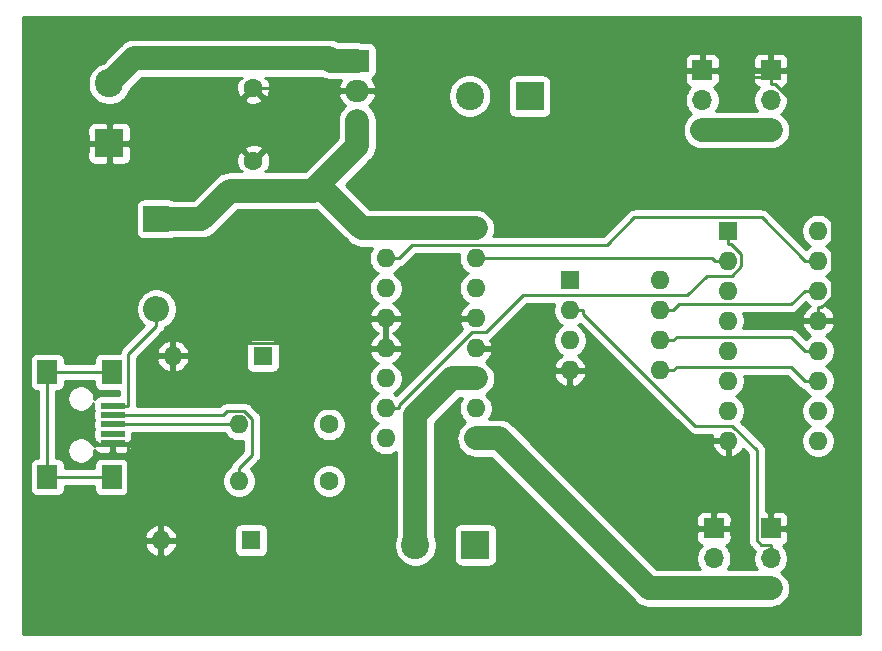
<source format=gbr>
%TF.GenerationSoftware,KiCad,Pcbnew,(5.1.10)-1*%
%TF.CreationDate,2021-05-16T00:39:38-03:00*%
%TF.ProjectId,low_cost_robotics,6c6f775f-636f-4737-945f-726f626f7469,rev?*%
%TF.SameCoordinates,Original*%
%TF.FileFunction,Copper,L1,Top*%
%TF.FilePolarity,Positive*%
%FSLAX46Y46*%
G04 Gerber Fmt 4.6, Leading zero omitted, Abs format (unit mm)*
G04 Created by KiCad (PCBNEW (5.1.10)-1) date 2021-05-16 00:39:38*
%MOMM*%
%LPD*%
G01*
G04 APERTURE LIST*
%TA.AperFunction,ComponentPad*%
%ADD10C,2.400000*%
%TD*%
%TA.AperFunction,ComponentPad*%
%ADD11R,2.400000X2.400000*%
%TD*%
%TA.AperFunction,ComponentPad*%
%ADD12R,1.600000X1.600000*%
%TD*%
%TA.AperFunction,ComponentPad*%
%ADD13C,1.600000*%
%TD*%
%TA.AperFunction,ComponentPad*%
%ADD14R,2.200000X2.200000*%
%TD*%
%TA.AperFunction,ComponentPad*%
%ADD15O,2.200000X2.200000*%
%TD*%
%TA.AperFunction,ComponentPad*%
%ADD16O,1.600000X1.600000*%
%TD*%
%TA.AperFunction,SMDPad,CuDef*%
%ADD17R,2.000000X0.500000*%
%TD*%
%TA.AperFunction,SMDPad,CuDef*%
%ADD18R,1.700000X2.000000*%
%TD*%
%TA.AperFunction,ComponentPad*%
%ADD19R,1.700000X1.700000*%
%TD*%
%TA.AperFunction,ComponentPad*%
%ADD20O,1.700000X1.700000*%
%TD*%
%TA.AperFunction,ComponentPad*%
%ADD21R,2.000000X1.905000*%
%TD*%
%TA.AperFunction,ComponentPad*%
%ADD22O,2.000000X1.905000*%
%TD*%
%TA.AperFunction,Conductor*%
%ADD23C,2.000000*%
%TD*%
%TA.AperFunction,Conductor*%
%ADD24C,0.250000*%
%TD*%
%TA.AperFunction,Conductor*%
%ADD25C,0.254000*%
%TD*%
%TA.AperFunction,Conductor*%
%ADD26C,0.100000*%
%TD*%
G04 APERTURE END LIST*
D10*
%TO.P,J7,2*%
%TO.N,OUT3*%
X52520000Y-71800000D03*
D11*
%TO.P,J7,1*%
%TO.N,OUT4*%
X57600000Y-71800000D03*
%TD*%
D10*
%TO.P,J4,2*%
%TO.N,OUT1*%
X57120000Y-33800000D03*
D11*
%TO.P,J4,1*%
%TO.N,OUT2*%
X62200000Y-33800000D03*
%TD*%
D12*
%TO.P,C1,1*%
%TO.N,V_Bat*%
X38800000Y-30600000D03*
D13*
%TO.P,C1,2*%
%TO.N,GND*%
X38800000Y-33100000D03*
%TD*%
%TO.P,C2,2*%
%TO.N,GND*%
X38800000Y-39300000D03*
D12*
%TO.P,C2,1*%
%TO.N,5V*%
X38800000Y-41800000D03*
%TD*%
D14*
%TO.P,D1,1*%
%TO.N,5V*%
X30600000Y-44200000D03*
D15*
%TO.P,D1,2*%
%TO.N,Net-(D1-Pad2)*%
X30600000Y-51820000D03*
%TD*%
D16*
%TO.P,D2,2*%
%TO.N,GND*%
X31980000Y-55800000D03*
D12*
%TO.P,D2,1*%
%TO.N,Net-(D2-Pad1)*%
X39600000Y-55800000D03*
%TD*%
%TO.P,D3,1*%
%TO.N,Net-(D3-Pad1)*%
X38600000Y-71400000D03*
D16*
%TO.P,D3,2*%
%TO.N,GND*%
X30980000Y-71400000D03*
%TD*%
D11*
%TO.P,J1,1*%
%TO.N,GND*%
X26600000Y-37800000D03*
D10*
%TO.P,J1,2*%
%TO.N,V_Bat*%
X26600000Y-32720000D03*
%TD*%
D17*
%TO.P,J2,1*%
%TO.N,Net-(D1-Pad2)*%
X26900000Y-60000000D03*
%TO.P,J2,2*%
%TO.N,Net-(D3-Pad1)*%
X26900000Y-60800000D03*
%TO.P,J2,3*%
%TO.N,Net-(D2-Pad1)*%
X26900000Y-61600000D03*
%TO.P,J2,4*%
%TO.N,Net-(J2-Pad4)*%
X26900000Y-62400000D03*
%TO.P,J2,5*%
%TO.N,GND*%
X26900000Y-63200000D03*
D18*
%TO.P,J2,6*%
%TO.N,Net-(J2-Pad6)*%
X26800000Y-57150000D03*
X21350000Y-57150000D03*
X26800000Y-66050000D03*
X21350000Y-66050000D03*
%TD*%
D19*
%TO.P,S2,1*%
%TO.N,GND*%
X82600000Y-70400000D03*
D20*
%TO.P,S2,2*%
%TO.N,D-*%
X82600000Y-72940000D03*
%TO.P,S2,3*%
%TO.N,5V*%
X82600000Y-75480000D03*
%TD*%
D19*
%TO.P,A1,1*%
%TO.N,GND*%
X76800000Y-31600000D03*
D20*
%TO.P,A1,2*%
%TO.N,QE*%
X76800000Y-34140000D03*
%TO.P,A1,3*%
%TO.N,5V*%
X76800000Y-36680000D03*
%TD*%
%TO.P,S1,3*%
%TO.N,5V*%
X77800000Y-75480000D03*
%TO.P,S1,2*%
%TO.N,D+*%
X77800000Y-72940000D03*
D19*
%TO.P,S1,1*%
%TO.N,GND*%
X77800000Y-70400000D03*
%TD*%
D20*
%TO.P,A2,3*%
%TO.N,5V*%
X82600000Y-36680000D03*
%TO.P,A2,2*%
%TO.N,QF*%
X82600000Y-34140000D03*
D19*
%TO.P,A2,1*%
%TO.N,GND*%
X82600000Y-31600000D03*
%TD*%
D16*
%TO.P,R1,2*%
%TO.N,Net-(D2-Pad1)*%
X37580000Y-61600000D03*
D13*
%TO.P,R1,1*%
%TO.N,D+*%
X45200000Y-61600000D03*
%TD*%
%TO.P,R2,1*%
%TO.N,D-*%
X45200000Y-66400000D03*
D16*
%TO.P,R2,2*%
%TO.N,Net-(D3-Pad1)*%
X37580000Y-66400000D03*
%TD*%
D12*
%TO.P,U1,1*%
%TO.N,PB5*%
X65600000Y-49400000D03*
D16*
%TO.P,U1,5*%
%TO.N,PB0*%
X73220000Y-57020000D03*
%TO.P,U1,2*%
%TO.N,D-*%
X65600000Y-51940000D03*
%TO.P,U1,6*%
%TO.N,PB1*%
X73220000Y-54480000D03*
%TO.P,U1,3*%
%TO.N,D+*%
X65600000Y-54480000D03*
%TO.P,U1,7*%
%TO.N,PB2*%
X73220000Y-51940000D03*
%TO.P,U1,4*%
%TO.N,GND*%
X65600000Y-57020000D03*
%TO.P,U1,8*%
%TO.N,5V*%
X73220000Y-49400000D03*
%TD*%
D21*
%TO.P,U2,1*%
%TO.N,V_Bat*%
X47600000Y-30800000D03*
D22*
%TO.P,U2,2*%
%TO.N,GND*%
X47600000Y-33340000D03*
%TO.P,U2,3*%
%TO.N,5V*%
X47600000Y-35880000D03*
%TD*%
D16*
%TO.P,U3,16*%
%TO.N,5V*%
X86620000Y-45200000D03*
%TO.P,U3,8*%
%TO.N,GND*%
X79000000Y-62980000D03*
%TO.P,U3,15*%
%TO.N,QA*%
X86620000Y-47740000D03*
%TO.P,U3,7*%
%TO.N,QH*%
X79000000Y-60440000D03*
%TO.P,U3,14*%
%TO.N,PB2*%
X86620000Y-50280000D03*
%TO.P,U3,6*%
%TO.N,QG*%
X79000000Y-57900000D03*
%TO.P,U3,13*%
%TO.N,GND*%
X86620000Y-52820000D03*
%TO.P,U3,5*%
%TO.N,QF*%
X79000000Y-55360000D03*
%TO.P,U3,12*%
%TO.N,PB1*%
X86620000Y-55360000D03*
%TO.P,U3,4*%
%TO.N,QE*%
X79000000Y-52820000D03*
%TO.P,U3,11*%
%TO.N,PB0*%
X86620000Y-57900000D03*
%TO.P,U3,3*%
%TO.N,QD*%
X79000000Y-50280000D03*
%TO.P,U3,10*%
%TO.N,5V*%
X86620000Y-60440000D03*
%TO.P,U3,2*%
%TO.N,QC*%
X79000000Y-47740000D03*
%TO.P,U3,9*%
%TO.N,Net-(U3-Pad9)*%
X86620000Y-62980000D03*
D12*
%TO.P,U3,1*%
%TO.N,QB*%
X79000000Y-45200000D03*
%TD*%
%TO.P,U4,1*%
%TO.N,5V*%
X50000000Y-45000000D03*
D16*
%TO.P,U4,9*%
X57620000Y-62780000D03*
%TO.P,U4,2*%
%TO.N,QA*%
X50000000Y-47540000D03*
%TO.P,U4,10*%
%TO.N,QD*%
X57620000Y-60240000D03*
%TO.P,U4,3*%
%TO.N,OUT1*%
X50000000Y-50080000D03*
%TO.P,U4,11*%
%TO.N,OUT3*%
X57620000Y-57700000D03*
%TO.P,U4,4*%
%TO.N,GND*%
X50000000Y-52620000D03*
%TO.P,U4,12*%
X57620000Y-55160000D03*
%TO.P,U4,5*%
X50000000Y-55160000D03*
%TO.P,U4,13*%
X57620000Y-52620000D03*
%TO.P,U4,6*%
%TO.N,OUT2*%
X50000000Y-57700000D03*
%TO.P,U4,14*%
%TO.N,OUT4*%
X57620000Y-50080000D03*
%TO.P,U4,7*%
%TO.N,QB*%
X50000000Y-60240000D03*
%TO.P,U4,15*%
%TO.N,QC*%
X57620000Y-47540000D03*
%TO.P,U4,8*%
%TO.N,V_Bat*%
X50000000Y-62780000D03*
%TO.P,U4,16*%
%TO.N,5V*%
X57620000Y-45000000D03*
%TD*%
D23*
%TO.N,V_Bat*%
X26600000Y-32720000D02*
X28720000Y-30600000D01*
X28720000Y-30600000D02*
X38800000Y-30600000D01*
X47600000Y-30800000D02*
X45399700Y-30800000D01*
X45399700Y-30800000D02*
X45199700Y-30600000D01*
X45199700Y-30600000D02*
X38800000Y-30600000D01*
D24*
%TO.N,GND*%
X76800000Y-31600000D02*
X77975300Y-31600000D01*
X82600000Y-32187600D02*
X78562900Y-32187600D01*
X78562900Y-32187600D02*
X77975300Y-31600000D01*
X82600000Y-32187600D02*
X82600000Y-32775300D01*
X82600000Y-31600000D02*
X82600000Y-32187600D01*
X86620000Y-52820000D02*
X86620000Y-51694700D01*
X86620000Y-51694700D02*
X86901300Y-51694700D01*
X86901300Y-51694700D02*
X87776900Y-50819100D01*
X87776900Y-50819100D02*
X87776900Y-37584900D01*
X87776900Y-37584900D02*
X82967300Y-32775300D01*
X82967300Y-32775300D02*
X82600000Y-32775300D01*
X57620000Y-52620000D02*
X50000000Y-52620000D01*
X47600000Y-33340000D02*
X46274700Y-33340000D01*
X38800000Y-33100000D02*
X46034700Y-33100000D01*
X46034700Y-33100000D02*
X46274700Y-33340000D01*
X30980000Y-71400000D02*
X30980000Y-70274700D01*
X26900000Y-63200000D02*
X28225300Y-63200000D01*
X28225300Y-63200000D02*
X28225300Y-67520000D01*
X28225300Y-67520000D02*
X30980000Y-70274700D01*
X65600000Y-57020000D02*
X66725300Y-57020000D01*
X79000000Y-62980000D02*
X72685300Y-62980000D01*
X72685300Y-62980000D02*
X66725300Y-57020000D01*
X31980000Y-55800000D02*
X33105300Y-55800000D01*
X50000000Y-55160000D02*
X48874700Y-55160000D01*
X48874700Y-55160000D02*
X48389400Y-54674700D01*
X48389400Y-54674700D02*
X34230600Y-54674700D01*
X34230600Y-54674700D02*
X33105300Y-55800000D01*
X65600000Y-57020000D02*
X64474700Y-57020000D01*
X57620000Y-55160000D02*
X62614700Y-55160000D01*
X62614700Y-55160000D02*
X64474700Y-57020000D01*
D23*
%TO.N,5V*%
X44316300Y-41316500D02*
X47600000Y-38032800D01*
X40250200Y-41800000D02*
X43832800Y-41800000D01*
X43832800Y-41800000D02*
X44316300Y-41316500D01*
X44316300Y-41316500D02*
X47999700Y-45000000D01*
X47600000Y-35880000D02*
X47600000Y-38032800D01*
X38800000Y-41800000D02*
X40250200Y-41800000D01*
X38800000Y-41800000D02*
X36799700Y-41800000D01*
X36799700Y-41800000D02*
X34399700Y-44200000D01*
X34399700Y-44200000D02*
X30600000Y-44200000D01*
X76800000Y-36680000D02*
X82600000Y-36680000D01*
X77800000Y-75480000D02*
X82600000Y-75480000D01*
X59620300Y-62780000D02*
X72320300Y-75480000D01*
X72320300Y-75480000D02*
X77800000Y-75480000D01*
X50000000Y-45000000D02*
X47999700Y-45000000D01*
X57620000Y-45000000D02*
X50000000Y-45000000D01*
X57620000Y-62780000D02*
X59620300Y-62780000D01*
D24*
%TO.N,Net-(D1-Pad2)*%
X30600000Y-51820000D02*
X30600000Y-53245300D01*
X26900000Y-60000000D02*
X28225300Y-60000000D01*
X28225300Y-60000000D02*
X28225300Y-55620000D01*
X28225300Y-55620000D02*
X30600000Y-53245300D01*
%TO.N,Net-(D2-Pad1)*%
X26900000Y-61600000D02*
X37580000Y-61600000D01*
%TO.N,Net-(D3-Pad1)*%
X37580000Y-66400000D02*
X37580000Y-65274700D01*
X37580000Y-65274700D02*
X38708800Y-64145900D01*
X38708800Y-64145900D02*
X38708800Y-61119800D01*
X38708800Y-61119800D02*
X38039400Y-60450400D01*
X38039400Y-60450400D02*
X36579600Y-60450400D01*
X36579600Y-60450400D02*
X36230000Y-60800000D01*
X36230000Y-60800000D02*
X26900000Y-60800000D01*
%TO.N,Net-(J2-Pad6)*%
X21350000Y-66050000D02*
X25624700Y-66050000D01*
X26800000Y-66050000D02*
X25624700Y-66050000D01*
X21350000Y-66050000D02*
X21350000Y-58475300D01*
X21350000Y-57150000D02*
X21350000Y-58475300D01*
X21350000Y-57150000D02*
X25624700Y-57150000D01*
X26800000Y-57150000D02*
X25624700Y-57150000D01*
%TO.N,D-*%
X82600000Y-72940000D02*
X82600000Y-71764700D01*
X65600000Y-51940000D02*
X66725300Y-51940000D01*
X66725300Y-51940000D02*
X66725300Y-52221300D01*
X66725300Y-52221300D02*
X76214000Y-61710000D01*
X76214000Y-61710000D02*
X79361700Y-61710000D01*
X79361700Y-61710000D02*
X81424700Y-63773000D01*
X81424700Y-63773000D02*
X81424700Y-71397500D01*
X81424700Y-71397500D02*
X81791900Y-71764700D01*
X81791900Y-71764700D02*
X82600000Y-71764700D01*
D23*
%TO.N,OUT3*%
X57620000Y-57700000D02*
X55619700Y-57700000D01*
X55619700Y-57700000D02*
X52520000Y-60799700D01*
X52520000Y-60799700D02*
X52520000Y-71800000D01*
D24*
%TO.N,PB0*%
X73220000Y-57020000D02*
X74345300Y-57020000D01*
X86620000Y-57900000D02*
X85494700Y-57900000D01*
X85494700Y-57900000D02*
X84322200Y-56727500D01*
X84322200Y-56727500D02*
X74637800Y-56727500D01*
X74637800Y-56727500D02*
X74345300Y-57020000D01*
%TO.N,PB1*%
X73220000Y-54480000D02*
X74345300Y-54480000D01*
X86620000Y-55360000D02*
X85494700Y-55360000D01*
X85494700Y-55360000D02*
X84322200Y-54187500D01*
X84322200Y-54187500D02*
X74637800Y-54187500D01*
X74637800Y-54187500D02*
X74345300Y-54480000D01*
%TO.N,PB2*%
X73220000Y-51940000D02*
X74345300Y-51940000D01*
X86620000Y-50280000D02*
X85494700Y-50280000D01*
X85494700Y-50280000D02*
X84334700Y-51440000D01*
X84334700Y-51440000D02*
X74845300Y-51440000D01*
X74845300Y-51440000D02*
X74345300Y-51940000D01*
%TO.N,QA*%
X86620000Y-47740000D02*
X85494700Y-47740000D01*
X50000000Y-47540000D02*
X51125300Y-47540000D01*
X51125300Y-47540000D02*
X52250600Y-46414700D01*
X52250600Y-46414700D02*
X68727600Y-46414700D01*
X68727600Y-46414700D02*
X71067700Y-44074600D01*
X71067700Y-44074600D02*
X81829300Y-44074600D01*
X81829300Y-44074600D02*
X85494700Y-47740000D01*
%TO.N,QC*%
X79000000Y-47740000D02*
X77874700Y-47740000D01*
X57620000Y-47540000D02*
X77674700Y-47540000D01*
X77674700Y-47540000D02*
X77874700Y-47740000D01*
%TO.N,QB*%
X79000000Y-45200000D02*
X79000000Y-46325300D01*
X50000000Y-60240000D02*
X51125300Y-60240000D01*
X51125300Y-60240000D02*
X51125300Y-59958700D01*
X51125300Y-59958700D02*
X57286800Y-53797200D01*
X57286800Y-53797200D02*
X58489100Y-53797200D01*
X58489100Y-53797200D02*
X61616300Y-50670000D01*
X61616300Y-50670000D02*
X75534300Y-50670000D01*
X75534300Y-50670000D02*
X77194300Y-49010000D01*
X77194300Y-49010000D02*
X79321800Y-49010000D01*
X79321800Y-49010000D02*
X80125300Y-48206500D01*
X80125300Y-48206500D02*
X80125300Y-47169200D01*
X80125300Y-47169200D02*
X79281400Y-46325300D01*
X79281400Y-46325300D02*
X79000000Y-46325300D01*
%TD*%
D25*
%TO.N,GND*%
X90140001Y-79340000D02*
X19260000Y-79340000D01*
X19260000Y-71749039D01*
X29588096Y-71749039D01*
X29628754Y-71883087D01*
X29748963Y-72137420D01*
X29916481Y-72363414D01*
X30124869Y-72552385D01*
X30366119Y-72697070D01*
X30630960Y-72791909D01*
X30853000Y-72670624D01*
X30853000Y-71527000D01*
X31107000Y-71527000D01*
X31107000Y-72670624D01*
X31329040Y-72791909D01*
X31593881Y-72697070D01*
X31835131Y-72552385D01*
X32043519Y-72363414D01*
X32211037Y-72137420D01*
X32331246Y-71883087D01*
X32371904Y-71749039D01*
X32249915Y-71527000D01*
X31107000Y-71527000D01*
X30853000Y-71527000D01*
X29710085Y-71527000D01*
X29588096Y-71749039D01*
X19260000Y-71749039D01*
X19260000Y-71050961D01*
X29588096Y-71050961D01*
X29710085Y-71273000D01*
X30853000Y-71273000D01*
X30853000Y-70129376D01*
X31107000Y-70129376D01*
X31107000Y-71273000D01*
X32249915Y-71273000D01*
X32371904Y-71050961D01*
X32331246Y-70916913D01*
X32211037Y-70662580D01*
X32164650Y-70600000D01*
X37161928Y-70600000D01*
X37161928Y-72200000D01*
X37174188Y-72324482D01*
X37210498Y-72444180D01*
X37269463Y-72554494D01*
X37348815Y-72651185D01*
X37445506Y-72730537D01*
X37555820Y-72789502D01*
X37675518Y-72825812D01*
X37800000Y-72838072D01*
X39400000Y-72838072D01*
X39524482Y-72825812D01*
X39644180Y-72789502D01*
X39754494Y-72730537D01*
X39851185Y-72651185D01*
X39930537Y-72554494D01*
X39989502Y-72444180D01*
X40025812Y-72324482D01*
X40038072Y-72200000D01*
X40038072Y-70600000D01*
X40025812Y-70475518D01*
X39989502Y-70355820D01*
X39930537Y-70245506D01*
X39851185Y-70148815D01*
X39754494Y-70069463D01*
X39644180Y-70010498D01*
X39524482Y-69974188D01*
X39400000Y-69961928D01*
X37800000Y-69961928D01*
X37675518Y-69974188D01*
X37555820Y-70010498D01*
X37445506Y-70069463D01*
X37348815Y-70148815D01*
X37269463Y-70245506D01*
X37210498Y-70355820D01*
X37174188Y-70475518D01*
X37161928Y-70600000D01*
X32164650Y-70600000D01*
X32043519Y-70436586D01*
X31835131Y-70247615D01*
X31593881Y-70102930D01*
X31329040Y-70008091D01*
X31107000Y-70129376D01*
X30853000Y-70129376D01*
X30630960Y-70008091D01*
X30366119Y-70102930D01*
X30124869Y-70247615D01*
X29916481Y-70436586D01*
X29748963Y-70662580D01*
X29628754Y-70916913D01*
X29588096Y-71050961D01*
X19260000Y-71050961D01*
X19260000Y-56150000D01*
X19861928Y-56150000D01*
X19861928Y-58150000D01*
X19874188Y-58274482D01*
X19910498Y-58394180D01*
X19969463Y-58504494D01*
X20048815Y-58601185D01*
X20145506Y-58680537D01*
X20255820Y-58739502D01*
X20375518Y-58775812D01*
X20500000Y-58788072D01*
X20590001Y-58788072D01*
X20590000Y-64411928D01*
X20500000Y-64411928D01*
X20375518Y-64424188D01*
X20255820Y-64460498D01*
X20145506Y-64519463D01*
X20048815Y-64598815D01*
X19969463Y-64695506D01*
X19910498Y-64805820D01*
X19874188Y-64925518D01*
X19861928Y-65050000D01*
X19861928Y-67050000D01*
X19874188Y-67174482D01*
X19910498Y-67294180D01*
X19969463Y-67404494D01*
X20048815Y-67501185D01*
X20145506Y-67580537D01*
X20255820Y-67639502D01*
X20375518Y-67675812D01*
X20500000Y-67688072D01*
X22200000Y-67688072D01*
X22324482Y-67675812D01*
X22444180Y-67639502D01*
X22554494Y-67580537D01*
X22651185Y-67501185D01*
X22730537Y-67404494D01*
X22789502Y-67294180D01*
X22825812Y-67174482D01*
X22838072Y-67050000D01*
X22838072Y-66810000D01*
X25311928Y-66810000D01*
X25311928Y-67050000D01*
X25324188Y-67174482D01*
X25360498Y-67294180D01*
X25419463Y-67404494D01*
X25498815Y-67501185D01*
X25595506Y-67580537D01*
X25705820Y-67639502D01*
X25825518Y-67675812D01*
X25950000Y-67688072D01*
X27650000Y-67688072D01*
X27774482Y-67675812D01*
X27894180Y-67639502D01*
X28004494Y-67580537D01*
X28101185Y-67501185D01*
X28180537Y-67404494D01*
X28239502Y-67294180D01*
X28275812Y-67174482D01*
X28288072Y-67050000D01*
X28288072Y-65050000D01*
X28275812Y-64925518D01*
X28239502Y-64805820D01*
X28180537Y-64695506D01*
X28101185Y-64598815D01*
X28004494Y-64519463D01*
X27894180Y-64460498D01*
X27774482Y-64424188D01*
X27650000Y-64411928D01*
X25950000Y-64411928D01*
X25825518Y-64424188D01*
X25705820Y-64460498D01*
X25595506Y-64519463D01*
X25498815Y-64598815D01*
X25419463Y-64695506D01*
X25360498Y-64805820D01*
X25324188Y-64925518D01*
X25311928Y-65050000D01*
X25311928Y-65290000D01*
X22838072Y-65290000D01*
X22838072Y-65050000D01*
X22825812Y-64925518D01*
X22789502Y-64805820D01*
X22730537Y-64695506D01*
X22651185Y-64598815D01*
X22554494Y-64519463D01*
X22444180Y-64460498D01*
X22324482Y-64424188D01*
X22200000Y-64411928D01*
X22110000Y-64411928D01*
X22110000Y-63688212D01*
X23065000Y-63688212D01*
X23065000Y-63911788D01*
X23108617Y-64131067D01*
X23194176Y-64337624D01*
X23318388Y-64523520D01*
X23476480Y-64681612D01*
X23662376Y-64805824D01*
X23868933Y-64891383D01*
X24088212Y-64935000D01*
X24311788Y-64935000D01*
X24531067Y-64891383D01*
X24737624Y-64805824D01*
X24923520Y-64681612D01*
X25081612Y-64523520D01*
X25205824Y-64337624D01*
X25291383Y-64131067D01*
X25335000Y-63911788D01*
X25335000Y-63740379D01*
X25373772Y-63810860D01*
X25454284Y-63906588D01*
X25551924Y-63984770D01*
X25662941Y-64042401D01*
X25783067Y-64077266D01*
X25907688Y-64088026D01*
X26614250Y-64085000D01*
X26773000Y-63926250D01*
X26773000Y-63323000D01*
X27027000Y-63323000D01*
X27027000Y-63926250D01*
X27185750Y-64085000D01*
X27892312Y-64088026D01*
X28016933Y-64077266D01*
X28137059Y-64042401D01*
X28248076Y-63984770D01*
X28345716Y-63906588D01*
X28426228Y-63810860D01*
X28486517Y-63701264D01*
X28524266Y-63582013D01*
X28535000Y-63481750D01*
X28376250Y-63323000D01*
X27027000Y-63323000D01*
X26773000Y-63323000D01*
X25423750Y-63323000D01*
X25287410Y-63459340D01*
X25205824Y-63262376D01*
X25081612Y-63076480D01*
X24923520Y-62918388D01*
X24737624Y-62794176D01*
X24531067Y-62708617D01*
X24311788Y-62665000D01*
X24088212Y-62665000D01*
X23868933Y-62708617D01*
X23662376Y-62794176D01*
X23476480Y-62918388D01*
X23318388Y-63076480D01*
X23194176Y-63262376D01*
X23108617Y-63468933D01*
X23065000Y-63688212D01*
X22110000Y-63688212D01*
X22110000Y-58788072D01*
X22200000Y-58788072D01*
X22324482Y-58775812D01*
X22444180Y-58739502D01*
X22554494Y-58680537D01*
X22651185Y-58601185D01*
X22730537Y-58504494D01*
X22789502Y-58394180D01*
X22825812Y-58274482D01*
X22838072Y-58150000D01*
X22838072Y-57910000D01*
X25311928Y-57910000D01*
X25311928Y-58150000D01*
X25324188Y-58274482D01*
X25360498Y-58394180D01*
X25419463Y-58504494D01*
X25498815Y-58601185D01*
X25595506Y-58680537D01*
X25705820Y-58739502D01*
X25825518Y-58775812D01*
X25950000Y-58788072D01*
X27465300Y-58788072D01*
X27465300Y-59111928D01*
X25900000Y-59111928D01*
X25775518Y-59124188D01*
X25655820Y-59160498D01*
X25545506Y-59219463D01*
X25448815Y-59298815D01*
X25369463Y-59395506D01*
X25335000Y-59459981D01*
X25335000Y-59288212D01*
X25291383Y-59068933D01*
X25205824Y-58862376D01*
X25081612Y-58676480D01*
X24923520Y-58518388D01*
X24737624Y-58394176D01*
X24531067Y-58308617D01*
X24311788Y-58265000D01*
X24088212Y-58265000D01*
X23868933Y-58308617D01*
X23662376Y-58394176D01*
X23476480Y-58518388D01*
X23318388Y-58676480D01*
X23194176Y-58862376D01*
X23108617Y-59068933D01*
X23065000Y-59288212D01*
X23065000Y-59511788D01*
X23108617Y-59731067D01*
X23194176Y-59937624D01*
X23318388Y-60123520D01*
X23476480Y-60281612D01*
X23662376Y-60405824D01*
X23868933Y-60491383D01*
X24088212Y-60535000D01*
X24311788Y-60535000D01*
X24531067Y-60491383D01*
X24737624Y-60405824D01*
X24923520Y-60281612D01*
X25081612Y-60123520D01*
X25205824Y-59937624D01*
X25261928Y-59802177D01*
X25261928Y-60250000D01*
X25274188Y-60374482D01*
X25281929Y-60400000D01*
X25274188Y-60425518D01*
X25261928Y-60550000D01*
X25261928Y-61050000D01*
X25274188Y-61174482D01*
X25281929Y-61200000D01*
X25274188Y-61225518D01*
X25261928Y-61350000D01*
X25261928Y-61850000D01*
X25274188Y-61974482D01*
X25281929Y-62000000D01*
X25274188Y-62025518D01*
X25261928Y-62150000D01*
X25261928Y-62650000D01*
X25274188Y-62774482D01*
X25281684Y-62799192D01*
X25275734Y-62817987D01*
X25265000Y-62918250D01*
X25423750Y-63077000D01*
X25428967Y-63077000D01*
X25448815Y-63101185D01*
X25545506Y-63180537D01*
X25655820Y-63239502D01*
X25775518Y-63275812D01*
X25900000Y-63288072D01*
X27900000Y-63288072D01*
X28024482Y-63275812D01*
X28144180Y-63239502D01*
X28254494Y-63180537D01*
X28351185Y-63101185D01*
X28371033Y-63077000D01*
X28376250Y-63077000D01*
X28535000Y-62918250D01*
X28524266Y-62817987D01*
X28518316Y-62799192D01*
X28525812Y-62774482D01*
X28538072Y-62650000D01*
X28538072Y-62360000D01*
X36361957Y-62360000D01*
X36465363Y-62514759D01*
X36665241Y-62714637D01*
X36900273Y-62871680D01*
X37161426Y-62979853D01*
X37438665Y-63035000D01*
X37721335Y-63035000D01*
X37948800Y-62989754D01*
X37948800Y-63831098D01*
X37068998Y-64710901D01*
X37040000Y-64734699D01*
X37016202Y-64763697D01*
X37016201Y-64763698D01*
X36945026Y-64850424D01*
X36874454Y-64982454D01*
X36830998Y-65125715D01*
X36825843Y-65178052D01*
X36665241Y-65285363D01*
X36465363Y-65485241D01*
X36308320Y-65720273D01*
X36200147Y-65981426D01*
X36145000Y-66258665D01*
X36145000Y-66541335D01*
X36200147Y-66818574D01*
X36308320Y-67079727D01*
X36465363Y-67314759D01*
X36665241Y-67514637D01*
X36900273Y-67671680D01*
X37161426Y-67779853D01*
X37438665Y-67835000D01*
X37721335Y-67835000D01*
X37998574Y-67779853D01*
X38259727Y-67671680D01*
X38494759Y-67514637D01*
X38694637Y-67314759D01*
X38851680Y-67079727D01*
X38959853Y-66818574D01*
X39015000Y-66541335D01*
X39015000Y-66258665D01*
X43765000Y-66258665D01*
X43765000Y-66541335D01*
X43820147Y-66818574D01*
X43928320Y-67079727D01*
X44085363Y-67314759D01*
X44285241Y-67514637D01*
X44520273Y-67671680D01*
X44781426Y-67779853D01*
X45058665Y-67835000D01*
X45341335Y-67835000D01*
X45618574Y-67779853D01*
X45879727Y-67671680D01*
X46114759Y-67514637D01*
X46314637Y-67314759D01*
X46471680Y-67079727D01*
X46579853Y-66818574D01*
X46635000Y-66541335D01*
X46635000Y-66258665D01*
X46579853Y-65981426D01*
X46471680Y-65720273D01*
X46314637Y-65485241D01*
X46114759Y-65285363D01*
X45879727Y-65128320D01*
X45618574Y-65020147D01*
X45341335Y-64965000D01*
X45058665Y-64965000D01*
X44781426Y-65020147D01*
X44520273Y-65128320D01*
X44285241Y-65285363D01*
X44085363Y-65485241D01*
X43928320Y-65720273D01*
X43820147Y-65981426D01*
X43765000Y-66258665D01*
X39015000Y-66258665D01*
X38959853Y-65981426D01*
X38851680Y-65720273D01*
X38694637Y-65485241D01*
X38569449Y-65360053D01*
X39219804Y-64709698D01*
X39248801Y-64685901D01*
X39343774Y-64570176D01*
X39414346Y-64438147D01*
X39457803Y-64294886D01*
X39468800Y-64183233D01*
X39468800Y-64183224D01*
X39472476Y-64145901D01*
X39468800Y-64108578D01*
X39468800Y-61458665D01*
X43765000Y-61458665D01*
X43765000Y-61741335D01*
X43820147Y-62018574D01*
X43928320Y-62279727D01*
X44085363Y-62514759D01*
X44285241Y-62714637D01*
X44520273Y-62871680D01*
X44781426Y-62979853D01*
X45058665Y-63035000D01*
X45341335Y-63035000D01*
X45618574Y-62979853D01*
X45879727Y-62871680D01*
X46114759Y-62714637D01*
X46314637Y-62514759D01*
X46471680Y-62279727D01*
X46579853Y-62018574D01*
X46635000Y-61741335D01*
X46635000Y-61458665D01*
X46579853Y-61181426D01*
X46471680Y-60920273D01*
X46314637Y-60685241D01*
X46114759Y-60485363D01*
X45879727Y-60328320D01*
X45618574Y-60220147D01*
X45341335Y-60165000D01*
X45058665Y-60165000D01*
X44781426Y-60220147D01*
X44520273Y-60328320D01*
X44285241Y-60485363D01*
X44085363Y-60685241D01*
X43928320Y-60920273D01*
X43820147Y-61181426D01*
X43765000Y-61458665D01*
X39468800Y-61458665D01*
X39468800Y-61157133D01*
X39472477Y-61119800D01*
X39457803Y-60970814D01*
X39414346Y-60827553D01*
X39343774Y-60695524D01*
X39272599Y-60608797D01*
X39248801Y-60579799D01*
X39219802Y-60556000D01*
X38603203Y-59939402D01*
X38579401Y-59910399D01*
X38463676Y-59815426D01*
X38331647Y-59744854D01*
X38188386Y-59701397D01*
X38076733Y-59690400D01*
X38076722Y-59690400D01*
X38039400Y-59686724D01*
X38002078Y-59690400D01*
X36616922Y-59690400D01*
X36579599Y-59686724D01*
X36542276Y-59690400D01*
X36542267Y-59690400D01*
X36430614Y-59701397D01*
X36287353Y-59744854D01*
X36155324Y-59815426D01*
X36039599Y-59910399D01*
X36015796Y-59939403D01*
X35915199Y-60040000D01*
X28985037Y-60040000D01*
X28988977Y-60000000D01*
X28985300Y-59962667D01*
X28985300Y-56149039D01*
X30588096Y-56149039D01*
X30628754Y-56283087D01*
X30748963Y-56537420D01*
X30916481Y-56763414D01*
X31124869Y-56952385D01*
X31366119Y-57097070D01*
X31630960Y-57191909D01*
X31853000Y-57070624D01*
X31853000Y-55927000D01*
X32107000Y-55927000D01*
X32107000Y-57070624D01*
X32329040Y-57191909D01*
X32593881Y-57097070D01*
X32835131Y-56952385D01*
X33043519Y-56763414D01*
X33211037Y-56537420D01*
X33331246Y-56283087D01*
X33371904Y-56149039D01*
X33249915Y-55927000D01*
X32107000Y-55927000D01*
X31853000Y-55927000D01*
X30710085Y-55927000D01*
X30588096Y-56149039D01*
X28985300Y-56149039D01*
X28985300Y-55934801D01*
X29469140Y-55450961D01*
X30588096Y-55450961D01*
X30710085Y-55673000D01*
X31853000Y-55673000D01*
X31853000Y-54529376D01*
X32107000Y-54529376D01*
X32107000Y-55673000D01*
X33249915Y-55673000D01*
X33371904Y-55450961D01*
X33331246Y-55316913D01*
X33211037Y-55062580D01*
X33164650Y-55000000D01*
X38161928Y-55000000D01*
X38161928Y-56600000D01*
X38174188Y-56724482D01*
X38210498Y-56844180D01*
X38269463Y-56954494D01*
X38348815Y-57051185D01*
X38445506Y-57130537D01*
X38555820Y-57189502D01*
X38675518Y-57225812D01*
X38800000Y-57238072D01*
X40400000Y-57238072D01*
X40524482Y-57225812D01*
X40644180Y-57189502D01*
X40754494Y-57130537D01*
X40851185Y-57051185D01*
X40930537Y-56954494D01*
X40989502Y-56844180D01*
X41025812Y-56724482D01*
X41038072Y-56600000D01*
X41038072Y-55000000D01*
X41025812Y-54875518D01*
X40989502Y-54755820D01*
X40930537Y-54645506D01*
X40851185Y-54548815D01*
X40754494Y-54469463D01*
X40644180Y-54410498D01*
X40524482Y-54374188D01*
X40400000Y-54361928D01*
X38800000Y-54361928D01*
X38675518Y-54374188D01*
X38555820Y-54410498D01*
X38445506Y-54469463D01*
X38348815Y-54548815D01*
X38269463Y-54645506D01*
X38210498Y-54755820D01*
X38174188Y-54875518D01*
X38161928Y-55000000D01*
X33164650Y-55000000D01*
X33043519Y-54836586D01*
X32835131Y-54647615D01*
X32593881Y-54502930D01*
X32329040Y-54408091D01*
X32107000Y-54529376D01*
X31853000Y-54529376D01*
X31630960Y-54408091D01*
X31366119Y-54502930D01*
X31124869Y-54647615D01*
X30916481Y-54836586D01*
X30748963Y-55062580D01*
X30628754Y-55316913D01*
X30588096Y-55450961D01*
X29469140Y-55450961D01*
X31111003Y-53809099D01*
X31140001Y-53785301D01*
X31193592Y-53720000D01*
X31234974Y-53669577D01*
X31305546Y-53537547D01*
X31322409Y-53481955D01*
X31349003Y-53394286D01*
X31349679Y-53387423D01*
X31421831Y-53357537D01*
X31705998Y-53167663D01*
X31904622Y-52969039D01*
X48608096Y-52969039D01*
X48648754Y-53103087D01*
X48768963Y-53357420D01*
X48936481Y-53583414D01*
X49144869Y-53772385D01*
X49340982Y-53890000D01*
X49144869Y-54007615D01*
X48936481Y-54196586D01*
X48768963Y-54422580D01*
X48648754Y-54676913D01*
X48608096Y-54810961D01*
X48730085Y-55033000D01*
X49873000Y-55033000D01*
X49873000Y-52747000D01*
X50127000Y-52747000D01*
X50127000Y-55033000D01*
X51269915Y-55033000D01*
X51391904Y-54810961D01*
X51351246Y-54676913D01*
X51231037Y-54422580D01*
X51063519Y-54196586D01*
X50855131Y-54007615D01*
X50659018Y-53890000D01*
X50855131Y-53772385D01*
X51063519Y-53583414D01*
X51231037Y-53357420D01*
X51351246Y-53103087D01*
X51391904Y-52969039D01*
X51269915Y-52747000D01*
X50127000Y-52747000D01*
X49873000Y-52747000D01*
X48730085Y-52747000D01*
X48608096Y-52969039D01*
X31904622Y-52969039D01*
X31947663Y-52925998D01*
X32137537Y-52641831D01*
X32268325Y-52326081D01*
X32335000Y-51990883D01*
X32335000Y-51649117D01*
X32268325Y-51313919D01*
X32137537Y-50998169D01*
X31947663Y-50714002D01*
X31705998Y-50472337D01*
X31421831Y-50282463D01*
X31106081Y-50151675D01*
X30770883Y-50085000D01*
X30429117Y-50085000D01*
X30093919Y-50151675D01*
X29778169Y-50282463D01*
X29494002Y-50472337D01*
X29252337Y-50714002D01*
X29062463Y-50998169D01*
X28931675Y-51313919D01*
X28865000Y-51649117D01*
X28865000Y-51990883D01*
X28931675Y-52326081D01*
X29062463Y-52641831D01*
X29252337Y-52925998D01*
X29494002Y-53167663D01*
X29559243Y-53211255D01*
X27714298Y-55056201D01*
X27685300Y-55079999D01*
X27661502Y-55108997D01*
X27661501Y-55108998D01*
X27590326Y-55195724D01*
X27519754Y-55327754D01*
X27509973Y-55359999D01*
X27476298Y-55471014D01*
X27472268Y-55511928D01*
X25950000Y-55511928D01*
X25825518Y-55524188D01*
X25705820Y-55560498D01*
X25595506Y-55619463D01*
X25498815Y-55698815D01*
X25419463Y-55795506D01*
X25360498Y-55905820D01*
X25324188Y-56025518D01*
X25311928Y-56150000D01*
X25311928Y-56390000D01*
X22838072Y-56390000D01*
X22838072Y-56150000D01*
X22825812Y-56025518D01*
X22789502Y-55905820D01*
X22730537Y-55795506D01*
X22651185Y-55698815D01*
X22554494Y-55619463D01*
X22444180Y-55560498D01*
X22324482Y-55524188D01*
X22200000Y-55511928D01*
X20500000Y-55511928D01*
X20375518Y-55524188D01*
X20255820Y-55560498D01*
X20145506Y-55619463D01*
X20048815Y-55698815D01*
X19969463Y-55795506D01*
X19910498Y-55905820D01*
X19874188Y-56025518D01*
X19861928Y-56150000D01*
X19260000Y-56150000D01*
X19260000Y-43100000D01*
X28861928Y-43100000D01*
X28861928Y-45300000D01*
X28874188Y-45424482D01*
X28910498Y-45544180D01*
X28969463Y-45654494D01*
X29048815Y-45751185D01*
X29145506Y-45830537D01*
X29255820Y-45889502D01*
X29375518Y-45925812D01*
X29500000Y-45938072D01*
X31700000Y-45938072D01*
X31824482Y-45925812D01*
X31944180Y-45889502D01*
X32046144Y-45835000D01*
X34319381Y-45835000D01*
X34399700Y-45842911D01*
X34480019Y-45835000D01*
X34480022Y-45835000D01*
X34720216Y-45811343D01*
X35028415Y-45717852D01*
X35312452Y-45566031D01*
X35561414Y-45361714D01*
X35612624Y-45299314D01*
X37476940Y-43435000D01*
X43752481Y-43435000D01*
X43832800Y-43442911D01*
X43913119Y-43435000D01*
X43913122Y-43435000D01*
X44103760Y-43416224D01*
X46786770Y-46099307D01*
X46837986Y-46161714D01*
X46971981Y-46271680D01*
X47086928Y-46366018D01*
X47086940Y-46366024D01*
X47086948Y-46366031D01*
X47215980Y-46435000D01*
X47370964Y-46517843D01*
X47370974Y-46517846D01*
X47370985Y-46517852D01*
X47546898Y-46571215D01*
X47679161Y-46611338D01*
X47679171Y-46611339D01*
X47679184Y-46611343D01*
X47854877Y-46628647D01*
X47999677Y-46642911D01*
X48080009Y-46635000D01*
X48878842Y-46635000D01*
X48728320Y-46860273D01*
X48620147Y-47121426D01*
X48565000Y-47398665D01*
X48565000Y-47681335D01*
X48620147Y-47958574D01*
X48728320Y-48219727D01*
X48885363Y-48454759D01*
X49085241Y-48654637D01*
X49317759Y-48810000D01*
X49085241Y-48965363D01*
X48885363Y-49165241D01*
X48728320Y-49400273D01*
X48620147Y-49661426D01*
X48565000Y-49938665D01*
X48565000Y-50221335D01*
X48620147Y-50498574D01*
X48728320Y-50759727D01*
X48885363Y-50994759D01*
X49085241Y-51194637D01*
X49320273Y-51351680D01*
X49330865Y-51356067D01*
X49144869Y-51467615D01*
X48936481Y-51656586D01*
X48768963Y-51882580D01*
X48648754Y-52136913D01*
X48608096Y-52270961D01*
X48730085Y-52493000D01*
X49873000Y-52493000D01*
X49873000Y-52473000D01*
X50127000Y-52473000D01*
X50127000Y-52493000D01*
X51269915Y-52493000D01*
X51391904Y-52270961D01*
X51351246Y-52136913D01*
X51231037Y-51882580D01*
X51063519Y-51656586D01*
X50855131Y-51467615D01*
X50669135Y-51356067D01*
X50679727Y-51351680D01*
X50914759Y-51194637D01*
X51114637Y-50994759D01*
X51271680Y-50759727D01*
X51379853Y-50498574D01*
X51435000Y-50221335D01*
X51435000Y-49938665D01*
X51379853Y-49661426D01*
X51271680Y-49400273D01*
X51114637Y-49165241D01*
X50914759Y-48965363D01*
X50682241Y-48810000D01*
X50914759Y-48654637D01*
X51114637Y-48454759D01*
X51221947Y-48294158D01*
X51274286Y-48289003D01*
X51417547Y-48245546D01*
X51549576Y-48174974D01*
X51665301Y-48080001D01*
X51689104Y-48050998D01*
X52565402Y-47174700D01*
X56229550Y-47174700D01*
X56185000Y-47398665D01*
X56185000Y-47681335D01*
X56240147Y-47958574D01*
X56348320Y-48219727D01*
X56505363Y-48454759D01*
X56705241Y-48654637D01*
X56937759Y-48810000D01*
X56705241Y-48965363D01*
X56505363Y-49165241D01*
X56348320Y-49400273D01*
X56240147Y-49661426D01*
X56185000Y-49938665D01*
X56185000Y-50221335D01*
X56240147Y-50498574D01*
X56348320Y-50759727D01*
X56505363Y-50994759D01*
X56705241Y-51194637D01*
X56940273Y-51351680D01*
X56950865Y-51356067D01*
X56764869Y-51467615D01*
X56556481Y-51656586D01*
X56388963Y-51882580D01*
X56268754Y-52136913D01*
X56228096Y-52270961D01*
X56350085Y-52493000D01*
X57493000Y-52493000D01*
X57493000Y-52473000D01*
X57747000Y-52473000D01*
X57747000Y-52493000D01*
X57767000Y-52493000D01*
X57767000Y-52747000D01*
X57747000Y-52747000D01*
X57747000Y-52767000D01*
X57493000Y-52767000D01*
X57493000Y-52747000D01*
X56350085Y-52747000D01*
X56228096Y-52969039D01*
X56268754Y-53103087D01*
X56388963Y-53357420D01*
X56500843Y-53508355D01*
X50896222Y-59112977D01*
X50682241Y-58970000D01*
X50914759Y-58814637D01*
X51114637Y-58614759D01*
X51271680Y-58379727D01*
X51379853Y-58118574D01*
X51435000Y-57841335D01*
X51435000Y-57558665D01*
X51379853Y-57281426D01*
X51271680Y-57020273D01*
X51114637Y-56785241D01*
X50914759Y-56585363D01*
X50679727Y-56428320D01*
X50669135Y-56423933D01*
X50855131Y-56312385D01*
X51063519Y-56123414D01*
X51231037Y-55897420D01*
X51351246Y-55643087D01*
X51391904Y-55509039D01*
X51269915Y-55287000D01*
X50127000Y-55287000D01*
X50127000Y-55307000D01*
X49873000Y-55307000D01*
X49873000Y-55287000D01*
X48730085Y-55287000D01*
X48608096Y-55509039D01*
X48648754Y-55643087D01*
X48768963Y-55897420D01*
X48936481Y-56123414D01*
X49144869Y-56312385D01*
X49330865Y-56423933D01*
X49320273Y-56428320D01*
X49085241Y-56585363D01*
X48885363Y-56785241D01*
X48728320Y-57020273D01*
X48620147Y-57281426D01*
X48565000Y-57558665D01*
X48565000Y-57841335D01*
X48620147Y-58118574D01*
X48728320Y-58379727D01*
X48885363Y-58614759D01*
X49085241Y-58814637D01*
X49317759Y-58970000D01*
X49085241Y-59125363D01*
X48885363Y-59325241D01*
X48728320Y-59560273D01*
X48620147Y-59821426D01*
X48565000Y-60098665D01*
X48565000Y-60381335D01*
X48620147Y-60658574D01*
X48728320Y-60919727D01*
X48885363Y-61154759D01*
X49085241Y-61354637D01*
X49317759Y-61510000D01*
X49085241Y-61665363D01*
X48885363Y-61865241D01*
X48728320Y-62100273D01*
X48620147Y-62361426D01*
X48565000Y-62638665D01*
X48565000Y-62921335D01*
X48620147Y-63198574D01*
X48728320Y-63459727D01*
X48885363Y-63694759D01*
X49085241Y-63894637D01*
X49320273Y-64051680D01*
X49581426Y-64159853D01*
X49858665Y-64215000D01*
X50141335Y-64215000D01*
X50418574Y-64159853D01*
X50679727Y-64051680D01*
X50885000Y-63914521D01*
X50885001Y-70952150D01*
X50755518Y-71264750D01*
X50685000Y-71619268D01*
X50685000Y-71980732D01*
X50755518Y-72335250D01*
X50893844Y-72669199D01*
X51094662Y-72969744D01*
X51350256Y-73225338D01*
X51650801Y-73426156D01*
X51984750Y-73564482D01*
X52339268Y-73635000D01*
X52700732Y-73635000D01*
X53055250Y-73564482D01*
X53389199Y-73426156D01*
X53689744Y-73225338D01*
X53945338Y-72969744D01*
X54146156Y-72669199D01*
X54284482Y-72335250D01*
X54355000Y-71980732D01*
X54355000Y-71619268D01*
X54284482Y-71264750D01*
X54155000Y-70952152D01*
X54155000Y-70600000D01*
X55761928Y-70600000D01*
X55761928Y-73000000D01*
X55774188Y-73124482D01*
X55810498Y-73244180D01*
X55869463Y-73354494D01*
X55948815Y-73451185D01*
X56045506Y-73530537D01*
X56155820Y-73589502D01*
X56275518Y-73625812D01*
X56400000Y-73638072D01*
X58800000Y-73638072D01*
X58924482Y-73625812D01*
X59044180Y-73589502D01*
X59154494Y-73530537D01*
X59251185Y-73451185D01*
X59330537Y-73354494D01*
X59389502Y-73244180D01*
X59425812Y-73124482D01*
X59438072Y-73000000D01*
X59438072Y-70600000D01*
X59425812Y-70475518D01*
X59389502Y-70355820D01*
X59330537Y-70245506D01*
X59251185Y-70148815D01*
X59154494Y-70069463D01*
X59044180Y-70010498D01*
X58924482Y-69974188D01*
X58800000Y-69961928D01*
X56400000Y-69961928D01*
X56275518Y-69974188D01*
X56155820Y-70010498D01*
X56045506Y-70069463D01*
X55948815Y-70148815D01*
X55869463Y-70245506D01*
X55810498Y-70355820D01*
X55774188Y-70475518D01*
X55761928Y-70600000D01*
X54155000Y-70600000D01*
X54155000Y-61476938D01*
X56296939Y-59335000D01*
X56498842Y-59335000D01*
X56348320Y-59560273D01*
X56240147Y-59821426D01*
X56185000Y-60098665D01*
X56185000Y-60381335D01*
X56240147Y-60658574D01*
X56348320Y-60919727D01*
X56505363Y-61154759D01*
X56705241Y-61354637D01*
X56755466Y-61388196D01*
X56707248Y-61413969D01*
X56458286Y-61618286D01*
X56253969Y-61867248D01*
X56102148Y-62151285D01*
X56008657Y-62459484D01*
X55977089Y-62780000D01*
X56008657Y-63100516D01*
X56102148Y-63408715D01*
X56253969Y-63692752D01*
X56458286Y-63941714D01*
X56707248Y-64146031D01*
X56991285Y-64297852D01*
X57299484Y-64391343D01*
X57539678Y-64415000D01*
X58943062Y-64415000D01*
X71107380Y-76579319D01*
X71158586Y-76641714D01*
X71407548Y-76846031D01*
X71691585Y-76997852D01*
X71999784Y-77091343D01*
X72239978Y-77115000D01*
X72239980Y-77115000D01*
X72320299Y-77122911D01*
X72400619Y-77115000D01*
X82680322Y-77115000D01*
X82920516Y-77091343D01*
X83228715Y-76997852D01*
X83512752Y-76846031D01*
X83761714Y-76641714D01*
X83966031Y-76392752D01*
X84117852Y-76108715D01*
X84211343Y-75800516D01*
X84242911Y-75480000D01*
X84211343Y-75159484D01*
X84117852Y-74851285D01*
X83966031Y-74567248D01*
X83761714Y-74318286D01*
X83514192Y-74115151D01*
X83546632Y-74093475D01*
X83753475Y-73886632D01*
X83915990Y-73643411D01*
X84027932Y-73373158D01*
X84085000Y-73086260D01*
X84085000Y-72793740D01*
X84027932Y-72506842D01*
X83915990Y-72236589D01*
X83753475Y-71993368D01*
X83621620Y-71861513D01*
X83694180Y-71839502D01*
X83804494Y-71780537D01*
X83901185Y-71701185D01*
X83980537Y-71604494D01*
X84039502Y-71494180D01*
X84075812Y-71374482D01*
X84088072Y-71250000D01*
X84085000Y-70685750D01*
X83926250Y-70527000D01*
X82727000Y-70527000D01*
X82727000Y-70547000D01*
X82473000Y-70547000D01*
X82473000Y-70527000D01*
X82453000Y-70527000D01*
X82453000Y-70273000D01*
X82473000Y-70273000D01*
X82473000Y-69073750D01*
X82727000Y-69073750D01*
X82727000Y-70273000D01*
X83926250Y-70273000D01*
X84085000Y-70114250D01*
X84088072Y-69550000D01*
X84075812Y-69425518D01*
X84039502Y-69305820D01*
X83980537Y-69195506D01*
X83901185Y-69098815D01*
X83804494Y-69019463D01*
X83694180Y-68960498D01*
X83574482Y-68924188D01*
X83450000Y-68911928D01*
X82885750Y-68915000D01*
X82727000Y-69073750D01*
X82473000Y-69073750D01*
X82314250Y-68915000D01*
X82184700Y-68914295D01*
X82184700Y-63810333D01*
X82188377Y-63773000D01*
X82173703Y-63624014D01*
X82130246Y-63480753D01*
X82059674Y-63348724D01*
X81988499Y-63261997D01*
X81964701Y-63232999D01*
X81935704Y-63209202D01*
X80097949Y-61371447D01*
X80114637Y-61354759D01*
X80271680Y-61119727D01*
X80379853Y-60858574D01*
X80435000Y-60581335D01*
X80435000Y-60298665D01*
X80379853Y-60021426D01*
X80271680Y-59760273D01*
X80114637Y-59525241D01*
X79914759Y-59325363D01*
X79682241Y-59170000D01*
X79914759Y-59014637D01*
X80114637Y-58814759D01*
X80271680Y-58579727D01*
X80379853Y-58318574D01*
X80435000Y-58041335D01*
X80435000Y-57758665D01*
X80381061Y-57487500D01*
X84007399Y-57487500D01*
X84930905Y-58411008D01*
X84954699Y-58440001D01*
X84983692Y-58463795D01*
X84983696Y-58463799D01*
X85033284Y-58504494D01*
X85070424Y-58534974D01*
X85202453Y-58605546D01*
X85345714Y-58649003D01*
X85398053Y-58654158D01*
X85505363Y-58814759D01*
X85705241Y-59014637D01*
X85937759Y-59170000D01*
X85705241Y-59325363D01*
X85505363Y-59525241D01*
X85348320Y-59760273D01*
X85240147Y-60021426D01*
X85185000Y-60298665D01*
X85185000Y-60581335D01*
X85240147Y-60858574D01*
X85348320Y-61119727D01*
X85505363Y-61354759D01*
X85705241Y-61554637D01*
X85937759Y-61710000D01*
X85705241Y-61865363D01*
X85505363Y-62065241D01*
X85348320Y-62300273D01*
X85240147Y-62561426D01*
X85185000Y-62838665D01*
X85185000Y-63121335D01*
X85240147Y-63398574D01*
X85348320Y-63659727D01*
X85505363Y-63894759D01*
X85705241Y-64094637D01*
X85940273Y-64251680D01*
X86201426Y-64359853D01*
X86478665Y-64415000D01*
X86761335Y-64415000D01*
X87038574Y-64359853D01*
X87299727Y-64251680D01*
X87534759Y-64094637D01*
X87734637Y-63894759D01*
X87891680Y-63659727D01*
X87999853Y-63398574D01*
X88055000Y-63121335D01*
X88055000Y-62838665D01*
X87999853Y-62561426D01*
X87891680Y-62300273D01*
X87734637Y-62065241D01*
X87534759Y-61865363D01*
X87302241Y-61710000D01*
X87534759Y-61554637D01*
X87734637Y-61354759D01*
X87891680Y-61119727D01*
X87999853Y-60858574D01*
X88055000Y-60581335D01*
X88055000Y-60298665D01*
X87999853Y-60021426D01*
X87891680Y-59760273D01*
X87734637Y-59525241D01*
X87534759Y-59325363D01*
X87302241Y-59170000D01*
X87534759Y-59014637D01*
X87734637Y-58814759D01*
X87891680Y-58579727D01*
X87999853Y-58318574D01*
X88055000Y-58041335D01*
X88055000Y-57758665D01*
X87999853Y-57481426D01*
X87891680Y-57220273D01*
X87734637Y-56985241D01*
X87534759Y-56785363D01*
X87302241Y-56630000D01*
X87534759Y-56474637D01*
X87734637Y-56274759D01*
X87891680Y-56039727D01*
X87999853Y-55778574D01*
X88055000Y-55501335D01*
X88055000Y-55218665D01*
X87999853Y-54941426D01*
X87891680Y-54680273D01*
X87734637Y-54445241D01*
X87534759Y-54245363D01*
X87299727Y-54088320D01*
X87289135Y-54083933D01*
X87475131Y-53972385D01*
X87683519Y-53783414D01*
X87851037Y-53557420D01*
X87971246Y-53303087D01*
X88011904Y-53169039D01*
X87889915Y-52947000D01*
X86747000Y-52947000D01*
X86747000Y-52967000D01*
X86493000Y-52967000D01*
X86493000Y-52947000D01*
X85350085Y-52947000D01*
X85228096Y-53169039D01*
X85268754Y-53303087D01*
X85388963Y-53557420D01*
X85556481Y-53783414D01*
X85764869Y-53972385D01*
X85950865Y-54083933D01*
X85940273Y-54088320D01*
X85705241Y-54245363D01*
X85580053Y-54370551D01*
X84886003Y-53676502D01*
X84862201Y-53647499D01*
X84746476Y-53552526D01*
X84614447Y-53481954D01*
X84471186Y-53438497D01*
X84359533Y-53427500D01*
X84359522Y-53427500D01*
X84322200Y-53423824D01*
X84284878Y-53427500D01*
X80301597Y-53427500D01*
X80379853Y-53238574D01*
X80435000Y-52961335D01*
X80435000Y-52678665D01*
X80379853Y-52401426D01*
X80296420Y-52200000D01*
X84297378Y-52200000D01*
X84334700Y-52203676D01*
X84372022Y-52200000D01*
X84372033Y-52200000D01*
X84483686Y-52189003D01*
X84626947Y-52145546D01*
X84758976Y-52074974D01*
X84874701Y-51980001D01*
X84898504Y-51950997D01*
X85580053Y-51269449D01*
X85705241Y-51394637D01*
X85940273Y-51551680D01*
X85950865Y-51556067D01*
X85764869Y-51667615D01*
X85556481Y-51856586D01*
X85388963Y-52082580D01*
X85268754Y-52336913D01*
X85228096Y-52470961D01*
X85350085Y-52693000D01*
X86493000Y-52693000D01*
X86493000Y-52673000D01*
X86747000Y-52673000D01*
X86747000Y-52693000D01*
X87889915Y-52693000D01*
X88011904Y-52470961D01*
X87971246Y-52336913D01*
X87851037Y-52082580D01*
X87683519Y-51856586D01*
X87475131Y-51667615D01*
X87289135Y-51556067D01*
X87299727Y-51551680D01*
X87534759Y-51394637D01*
X87734637Y-51194759D01*
X87891680Y-50959727D01*
X87999853Y-50698574D01*
X88055000Y-50421335D01*
X88055000Y-50138665D01*
X87999853Y-49861426D01*
X87891680Y-49600273D01*
X87734637Y-49365241D01*
X87534759Y-49165363D01*
X87302241Y-49010000D01*
X87534759Y-48854637D01*
X87734637Y-48654759D01*
X87891680Y-48419727D01*
X87999853Y-48158574D01*
X88055000Y-47881335D01*
X88055000Y-47598665D01*
X87999853Y-47321426D01*
X87891680Y-47060273D01*
X87734637Y-46825241D01*
X87534759Y-46625363D01*
X87302241Y-46470000D01*
X87534759Y-46314637D01*
X87734637Y-46114759D01*
X87891680Y-45879727D01*
X87999853Y-45618574D01*
X88055000Y-45341335D01*
X88055000Y-45058665D01*
X87999853Y-44781426D01*
X87891680Y-44520273D01*
X87734637Y-44285241D01*
X87534759Y-44085363D01*
X87299727Y-43928320D01*
X87038574Y-43820147D01*
X86761335Y-43765000D01*
X86478665Y-43765000D01*
X86201426Y-43820147D01*
X85940273Y-43928320D01*
X85705241Y-44085363D01*
X85505363Y-44285241D01*
X85348320Y-44520273D01*
X85240147Y-44781426D01*
X85185000Y-45058665D01*
X85185000Y-45341335D01*
X85240147Y-45618574D01*
X85348320Y-45879727D01*
X85505363Y-46114759D01*
X85705241Y-46314637D01*
X85937759Y-46470000D01*
X85705241Y-46625363D01*
X85580053Y-46750551D01*
X82393104Y-43563603D01*
X82369301Y-43534599D01*
X82253576Y-43439626D01*
X82121547Y-43369054D01*
X81978286Y-43325597D01*
X81866633Y-43314600D01*
X81866622Y-43314600D01*
X81829300Y-43310924D01*
X81791978Y-43314600D01*
X71105022Y-43314600D01*
X71067699Y-43310924D01*
X71030376Y-43314600D01*
X71030367Y-43314600D01*
X70918714Y-43325597D01*
X70775453Y-43369054D01*
X70643423Y-43439626D01*
X70559783Y-43508268D01*
X70527699Y-43534599D01*
X70503901Y-43563597D01*
X68412799Y-45654700D01*
X59123963Y-45654700D01*
X59137852Y-45628715D01*
X59231343Y-45320516D01*
X59262911Y-45000000D01*
X59231343Y-44679484D01*
X59137852Y-44371285D01*
X58986031Y-44087248D01*
X58781714Y-43838286D01*
X58532752Y-43633969D01*
X58248715Y-43482148D01*
X57940516Y-43388657D01*
X57700322Y-43365000D01*
X48676951Y-43365000D01*
X46628522Y-41316516D01*
X48699319Y-39245720D01*
X48761714Y-39194514D01*
X48966031Y-38945552D01*
X49117852Y-38661515D01*
X49211343Y-38353316D01*
X49235000Y-38113122D01*
X49235000Y-38113120D01*
X49242911Y-38032801D01*
X49235000Y-37952481D01*
X49235000Y-36680000D01*
X75157089Y-36680000D01*
X75188657Y-37000516D01*
X75282148Y-37308715D01*
X75433969Y-37592752D01*
X75638286Y-37841714D01*
X75887248Y-38046031D01*
X76171285Y-38197852D01*
X76479484Y-38291343D01*
X76719678Y-38315000D01*
X82680322Y-38315000D01*
X82920516Y-38291343D01*
X83228715Y-38197852D01*
X83512752Y-38046031D01*
X83761714Y-37841714D01*
X83966031Y-37592752D01*
X84117852Y-37308715D01*
X84211343Y-37000516D01*
X84242911Y-36680000D01*
X84211343Y-36359484D01*
X84117852Y-36051285D01*
X83966031Y-35767248D01*
X83761714Y-35518286D01*
X83514192Y-35315151D01*
X83546632Y-35293475D01*
X83753475Y-35086632D01*
X83915990Y-34843411D01*
X84027932Y-34573158D01*
X84085000Y-34286260D01*
X84085000Y-33993740D01*
X84027932Y-33706842D01*
X83915990Y-33436589D01*
X83753475Y-33193368D01*
X83621620Y-33061513D01*
X83694180Y-33039502D01*
X83804494Y-32980537D01*
X83901185Y-32901185D01*
X83980537Y-32804494D01*
X84039502Y-32694180D01*
X84075812Y-32574482D01*
X84088072Y-32450000D01*
X84085000Y-31885750D01*
X83926250Y-31727000D01*
X82727000Y-31727000D01*
X82727000Y-31747000D01*
X82473000Y-31747000D01*
X82473000Y-31727000D01*
X81273750Y-31727000D01*
X81115000Y-31885750D01*
X81111928Y-32450000D01*
X81124188Y-32574482D01*
X81160498Y-32694180D01*
X81219463Y-32804494D01*
X81298815Y-32901185D01*
X81395506Y-32980537D01*
X81505820Y-33039502D01*
X81578380Y-33061513D01*
X81446525Y-33193368D01*
X81284010Y-33436589D01*
X81172068Y-33706842D01*
X81115000Y-33993740D01*
X81115000Y-34286260D01*
X81172068Y-34573158D01*
X81284010Y-34843411D01*
X81418707Y-35045000D01*
X77981293Y-35045000D01*
X78115990Y-34843411D01*
X78227932Y-34573158D01*
X78285000Y-34286260D01*
X78285000Y-33993740D01*
X78227932Y-33706842D01*
X78115990Y-33436589D01*
X77953475Y-33193368D01*
X77821620Y-33061513D01*
X77894180Y-33039502D01*
X78004494Y-32980537D01*
X78101185Y-32901185D01*
X78180537Y-32804494D01*
X78239502Y-32694180D01*
X78275812Y-32574482D01*
X78288072Y-32450000D01*
X78285000Y-31885750D01*
X78126250Y-31727000D01*
X76927000Y-31727000D01*
X76927000Y-31747000D01*
X76673000Y-31747000D01*
X76673000Y-31727000D01*
X75473750Y-31727000D01*
X75315000Y-31885750D01*
X75311928Y-32450000D01*
X75324188Y-32574482D01*
X75360498Y-32694180D01*
X75419463Y-32804494D01*
X75498815Y-32901185D01*
X75595506Y-32980537D01*
X75705820Y-33039502D01*
X75778380Y-33061513D01*
X75646525Y-33193368D01*
X75484010Y-33436589D01*
X75372068Y-33706842D01*
X75315000Y-33993740D01*
X75315000Y-34286260D01*
X75372068Y-34573158D01*
X75484010Y-34843411D01*
X75646525Y-35086632D01*
X75853368Y-35293475D01*
X75885808Y-35315151D01*
X75638286Y-35518286D01*
X75433969Y-35767248D01*
X75282148Y-36051285D01*
X75188657Y-36359484D01*
X75157089Y-36680000D01*
X49235000Y-36680000D01*
X49235000Y-35957986D01*
X49242681Y-35880000D01*
X49235000Y-35802014D01*
X49235000Y-35799678D01*
X49211343Y-35559484D01*
X49117852Y-35251285D01*
X48966031Y-34967248D01*
X48761714Y-34718286D01*
X48609637Y-34593480D01*
X48781315Y-34449437D01*
X48975969Y-34206923D01*
X49119571Y-33931094D01*
X49190563Y-33712980D01*
X49144858Y-33619268D01*
X55285000Y-33619268D01*
X55285000Y-33980732D01*
X55355518Y-34335250D01*
X55493844Y-34669199D01*
X55694662Y-34969744D01*
X55950256Y-35225338D01*
X56250801Y-35426156D01*
X56584750Y-35564482D01*
X56939268Y-35635000D01*
X57300732Y-35635000D01*
X57655250Y-35564482D01*
X57989199Y-35426156D01*
X58289744Y-35225338D01*
X58545338Y-34969744D01*
X58746156Y-34669199D01*
X58884482Y-34335250D01*
X58955000Y-33980732D01*
X58955000Y-33619268D01*
X58884482Y-33264750D01*
X58746156Y-32930801D01*
X58545338Y-32630256D01*
X58515082Y-32600000D01*
X60361928Y-32600000D01*
X60361928Y-35000000D01*
X60374188Y-35124482D01*
X60410498Y-35244180D01*
X60469463Y-35354494D01*
X60548815Y-35451185D01*
X60645506Y-35530537D01*
X60755820Y-35589502D01*
X60875518Y-35625812D01*
X61000000Y-35638072D01*
X63400000Y-35638072D01*
X63524482Y-35625812D01*
X63644180Y-35589502D01*
X63754494Y-35530537D01*
X63851185Y-35451185D01*
X63930537Y-35354494D01*
X63989502Y-35244180D01*
X64025812Y-35124482D01*
X64038072Y-35000000D01*
X64038072Y-32600000D01*
X64025812Y-32475518D01*
X63989502Y-32355820D01*
X63930537Y-32245506D01*
X63851185Y-32148815D01*
X63754494Y-32069463D01*
X63644180Y-32010498D01*
X63524482Y-31974188D01*
X63400000Y-31961928D01*
X61000000Y-31961928D01*
X60875518Y-31974188D01*
X60755820Y-32010498D01*
X60645506Y-32069463D01*
X60548815Y-32148815D01*
X60469463Y-32245506D01*
X60410498Y-32355820D01*
X60374188Y-32475518D01*
X60361928Y-32600000D01*
X58515082Y-32600000D01*
X58289744Y-32374662D01*
X57989199Y-32173844D01*
X57655250Y-32035518D01*
X57300732Y-31965000D01*
X56939268Y-31965000D01*
X56584750Y-32035518D01*
X56250801Y-32173844D01*
X55950256Y-32374662D01*
X55694662Y-32630256D01*
X55493844Y-32930801D01*
X55355518Y-33264750D01*
X55285000Y-33619268D01*
X49144858Y-33619268D01*
X49070594Y-33467000D01*
X47727000Y-33467000D01*
X47727000Y-33487000D01*
X47473000Y-33487000D01*
X47473000Y-33467000D01*
X46129406Y-33467000D01*
X46009437Y-33712980D01*
X46080429Y-33931094D01*
X46224031Y-34206923D01*
X46418685Y-34449437D01*
X46590363Y-34593480D01*
X46438286Y-34718286D01*
X46233969Y-34967249D01*
X46082148Y-35251286D01*
X45988657Y-35559485D01*
X45965000Y-35799679D01*
X45965000Y-35802014D01*
X45957319Y-35880000D01*
X45965000Y-35957987D01*
X45965001Y-37355560D01*
X43216985Y-40103577D01*
X43154603Y-40154771D01*
X43146208Y-40165000D01*
X39844607Y-40165000D01*
X39792704Y-40113097D01*
X40036671Y-40041514D01*
X40157571Y-39786004D01*
X40226300Y-39511816D01*
X40240217Y-39229488D01*
X40198787Y-38949870D01*
X40103603Y-38683708D01*
X40036671Y-38558486D01*
X39792702Y-38486903D01*
X38979605Y-39300000D01*
X38993748Y-39314143D01*
X38814143Y-39493748D01*
X38800000Y-39479605D01*
X38785858Y-39493748D01*
X38606253Y-39314143D01*
X38620395Y-39300000D01*
X37807298Y-38486903D01*
X37563329Y-38558486D01*
X37442429Y-38813996D01*
X37373700Y-39088184D01*
X37359783Y-39370512D01*
X37401213Y-39650130D01*
X37496397Y-39916292D01*
X37563329Y-40041514D01*
X37807296Y-40113097D01*
X37755393Y-40165000D01*
X36880030Y-40165000D01*
X36799700Y-40157088D01*
X36479183Y-40188657D01*
X36170985Y-40282148D01*
X35886948Y-40433969D01*
X35637986Y-40638286D01*
X35586784Y-40700676D01*
X33722462Y-42565000D01*
X32046144Y-42565000D01*
X31944180Y-42510498D01*
X31824482Y-42474188D01*
X31700000Y-42461928D01*
X29500000Y-42461928D01*
X29375518Y-42474188D01*
X29255820Y-42510498D01*
X29145506Y-42569463D01*
X29048815Y-42648815D01*
X28969463Y-42745506D01*
X28910498Y-42855820D01*
X28874188Y-42975518D01*
X28861928Y-43100000D01*
X19260000Y-43100000D01*
X19260000Y-39000000D01*
X24761928Y-39000000D01*
X24774188Y-39124482D01*
X24810498Y-39244180D01*
X24869463Y-39354494D01*
X24948815Y-39451185D01*
X25045506Y-39530537D01*
X25155820Y-39589502D01*
X25275518Y-39625812D01*
X25400000Y-39638072D01*
X26314250Y-39635000D01*
X26473000Y-39476250D01*
X26473000Y-37927000D01*
X26727000Y-37927000D01*
X26727000Y-39476250D01*
X26885750Y-39635000D01*
X27800000Y-39638072D01*
X27924482Y-39625812D01*
X28044180Y-39589502D01*
X28154494Y-39530537D01*
X28251185Y-39451185D01*
X28330537Y-39354494D01*
X28389502Y-39244180D01*
X28425812Y-39124482D01*
X28438072Y-39000000D01*
X28435745Y-38307298D01*
X37986903Y-38307298D01*
X38800000Y-39120395D01*
X39613097Y-38307298D01*
X39541514Y-38063329D01*
X39286004Y-37942429D01*
X39011816Y-37873700D01*
X38729488Y-37859783D01*
X38449870Y-37901213D01*
X38183708Y-37996397D01*
X38058486Y-38063329D01*
X37986903Y-38307298D01*
X28435745Y-38307298D01*
X28435000Y-38085750D01*
X28276250Y-37927000D01*
X26727000Y-37927000D01*
X26473000Y-37927000D01*
X24923750Y-37927000D01*
X24765000Y-38085750D01*
X24761928Y-39000000D01*
X19260000Y-39000000D01*
X19260000Y-36600000D01*
X24761928Y-36600000D01*
X24765000Y-37514250D01*
X24923750Y-37673000D01*
X26473000Y-37673000D01*
X26473000Y-36123750D01*
X26727000Y-36123750D01*
X26727000Y-37673000D01*
X28276250Y-37673000D01*
X28435000Y-37514250D01*
X28438072Y-36600000D01*
X28425812Y-36475518D01*
X28389502Y-36355820D01*
X28330537Y-36245506D01*
X28251185Y-36148815D01*
X28154494Y-36069463D01*
X28044180Y-36010498D01*
X27924482Y-35974188D01*
X27800000Y-35961928D01*
X26885750Y-35965000D01*
X26727000Y-36123750D01*
X26473000Y-36123750D01*
X26314250Y-35965000D01*
X25400000Y-35961928D01*
X25275518Y-35974188D01*
X25155820Y-36010498D01*
X25045506Y-36069463D01*
X24948815Y-36148815D01*
X24869463Y-36245506D01*
X24810498Y-36355820D01*
X24774188Y-36475518D01*
X24761928Y-36600000D01*
X19260000Y-36600000D01*
X19260000Y-32539268D01*
X24765000Y-32539268D01*
X24765000Y-32900732D01*
X24835518Y-33255250D01*
X24973844Y-33589199D01*
X25174662Y-33889744D01*
X25430256Y-34145338D01*
X25730801Y-34346156D01*
X26064750Y-34484482D01*
X26419268Y-34555000D01*
X26780732Y-34555000D01*
X27135250Y-34484482D01*
X27469199Y-34346156D01*
X27769744Y-34145338D01*
X27822380Y-34092702D01*
X37986903Y-34092702D01*
X38058486Y-34336671D01*
X38313996Y-34457571D01*
X38588184Y-34526300D01*
X38870512Y-34540217D01*
X39150130Y-34498787D01*
X39416292Y-34403603D01*
X39541514Y-34336671D01*
X39613097Y-34092702D01*
X38800000Y-33279605D01*
X37986903Y-34092702D01*
X27822380Y-34092702D01*
X28025338Y-33889744D01*
X28226156Y-33589199D01*
X28355639Y-33276600D01*
X29397239Y-32235000D01*
X37755393Y-32235000D01*
X37807296Y-32286903D01*
X37563329Y-32358486D01*
X37442429Y-32613996D01*
X37373700Y-32888184D01*
X37359783Y-33170512D01*
X37401213Y-33450130D01*
X37496397Y-33716292D01*
X37563329Y-33841514D01*
X37807298Y-33913097D01*
X38620395Y-33100000D01*
X38606253Y-33085858D01*
X38785858Y-32906253D01*
X38800000Y-32920395D01*
X38814143Y-32906253D01*
X38993748Y-33085858D01*
X38979605Y-33100000D01*
X39792702Y-33913097D01*
X40036671Y-33841514D01*
X40157571Y-33586004D01*
X40226300Y-33311816D01*
X40240217Y-33029488D01*
X40198787Y-32749870D01*
X40103603Y-32483708D01*
X40036671Y-32358486D01*
X39792704Y-32286903D01*
X39844607Y-32235000D01*
X44615980Y-32235000D01*
X44770985Y-32317852D01*
X45010711Y-32390572D01*
X45079184Y-32411343D01*
X45399700Y-32442911D01*
X45480022Y-32435000D01*
X46254594Y-32435000D01*
X46224031Y-32473077D01*
X46080429Y-32748906D01*
X46009437Y-32967020D01*
X46129406Y-33213000D01*
X47473000Y-33213000D01*
X47473000Y-33193000D01*
X47727000Y-33193000D01*
X47727000Y-33213000D01*
X49070594Y-33213000D01*
X49190563Y-32967020D01*
X49119571Y-32748906D01*
X48975969Y-32473077D01*
X48862781Y-32332059D01*
X48954494Y-32283037D01*
X49051185Y-32203685D01*
X49130537Y-32106994D01*
X49189502Y-31996680D01*
X49225812Y-31876982D01*
X49238072Y-31752500D01*
X49238072Y-30849131D01*
X49242911Y-30800000D01*
X49238072Y-30750869D01*
X49238072Y-30750000D01*
X75311928Y-30750000D01*
X75315000Y-31314250D01*
X75473750Y-31473000D01*
X76673000Y-31473000D01*
X76673000Y-30273750D01*
X76927000Y-30273750D01*
X76927000Y-31473000D01*
X78126250Y-31473000D01*
X78285000Y-31314250D01*
X78288072Y-30750000D01*
X81111928Y-30750000D01*
X81115000Y-31314250D01*
X81273750Y-31473000D01*
X82473000Y-31473000D01*
X82473000Y-30273750D01*
X82727000Y-30273750D01*
X82727000Y-31473000D01*
X83926250Y-31473000D01*
X84085000Y-31314250D01*
X84088072Y-30750000D01*
X84075812Y-30625518D01*
X84039502Y-30505820D01*
X83980537Y-30395506D01*
X83901185Y-30298815D01*
X83804494Y-30219463D01*
X83694180Y-30160498D01*
X83574482Y-30124188D01*
X83450000Y-30111928D01*
X82885750Y-30115000D01*
X82727000Y-30273750D01*
X82473000Y-30273750D01*
X82314250Y-30115000D01*
X81750000Y-30111928D01*
X81625518Y-30124188D01*
X81505820Y-30160498D01*
X81395506Y-30219463D01*
X81298815Y-30298815D01*
X81219463Y-30395506D01*
X81160498Y-30505820D01*
X81124188Y-30625518D01*
X81111928Y-30750000D01*
X78288072Y-30750000D01*
X78275812Y-30625518D01*
X78239502Y-30505820D01*
X78180537Y-30395506D01*
X78101185Y-30298815D01*
X78004494Y-30219463D01*
X77894180Y-30160498D01*
X77774482Y-30124188D01*
X77650000Y-30111928D01*
X77085750Y-30115000D01*
X76927000Y-30273750D01*
X76673000Y-30273750D01*
X76514250Y-30115000D01*
X75950000Y-30111928D01*
X75825518Y-30124188D01*
X75705820Y-30160498D01*
X75595506Y-30219463D01*
X75498815Y-30298815D01*
X75419463Y-30395506D01*
X75360498Y-30505820D01*
X75324188Y-30625518D01*
X75311928Y-30750000D01*
X49238072Y-30750000D01*
X49238072Y-29847500D01*
X49225812Y-29723018D01*
X49189502Y-29603320D01*
X49130537Y-29493006D01*
X49051185Y-29396315D01*
X48954494Y-29316963D01*
X48844180Y-29257998D01*
X48724482Y-29221688D01*
X48600000Y-29209428D01*
X47988989Y-29209428D01*
X47920516Y-29188657D01*
X47680322Y-29165000D01*
X45983420Y-29165000D01*
X45828415Y-29082148D01*
X45520216Y-28988657D01*
X45280022Y-28965000D01*
X45280019Y-28965000D01*
X45199700Y-28957089D01*
X45119381Y-28965000D01*
X28800322Y-28965000D01*
X28720000Y-28957089D01*
X28399483Y-28988657D01*
X28091285Y-29082148D01*
X27807248Y-29233969D01*
X27558286Y-29438286D01*
X27507080Y-29500682D01*
X26043400Y-30964361D01*
X25730801Y-31093844D01*
X25430256Y-31294662D01*
X25174662Y-31550256D01*
X24973844Y-31850801D01*
X24835518Y-32184750D01*
X24765000Y-32539268D01*
X19260000Y-32539268D01*
X19260000Y-27060000D01*
X90140000Y-27060000D01*
X90140001Y-79340000D01*
%TA.AperFunction,Conductor*%
D26*
G36*
X90140001Y-79340000D02*
G01*
X19260000Y-79340000D01*
X19260000Y-71749039D01*
X29588096Y-71749039D01*
X29628754Y-71883087D01*
X29748963Y-72137420D01*
X29916481Y-72363414D01*
X30124869Y-72552385D01*
X30366119Y-72697070D01*
X30630960Y-72791909D01*
X30853000Y-72670624D01*
X30853000Y-71527000D01*
X31107000Y-71527000D01*
X31107000Y-72670624D01*
X31329040Y-72791909D01*
X31593881Y-72697070D01*
X31835131Y-72552385D01*
X32043519Y-72363414D01*
X32211037Y-72137420D01*
X32331246Y-71883087D01*
X32371904Y-71749039D01*
X32249915Y-71527000D01*
X31107000Y-71527000D01*
X30853000Y-71527000D01*
X29710085Y-71527000D01*
X29588096Y-71749039D01*
X19260000Y-71749039D01*
X19260000Y-71050961D01*
X29588096Y-71050961D01*
X29710085Y-71273000D01*
X30853000Y-71273000D01*
X30853000Y-70129376D01*
X31107000Y-70129376D01*
X31107000Y-71273000D01*
X32249915Y-71273000D01*
X32371904Y-71050961D01*
X32331246Y-70916913D01*
X32211037Y-70662580D01*
X32164650Y-70600000D01*
X37161928Y-70600000D01*
X37161928Y-72200000D01*
X37174188Y-72324482D01*
X37210498Y-72444180D01*
X37269463Y-72554494D01*
X37348815Y-72651185D01*
X37445506Y-72730537D01*
X37555820Y-72789502D01*
X37675518Y-72825812D01*
X37800000Y-72838072D01*
X39400000Y-72838072D01*
X39524482Y-72825812D01*
X39644180Y-72789502D01*
X39754494Y-72730537D01*
X39851185Y-72651185D01*
X39930537Y-72554494D01*
X39989502Y-72444180D01*
X40025812Y-72324482D01*
X40038072Y-72200000D01*
X40038072Y-70600000D01*
X40025812Y-70475518D01*
X39989502Y-70355820D01*
X39930537Y-70245506D01*
X39851185Y-70148815D01*
X39754494Y-70069463D01*
X39644180Y-70010498D01*
X39524482Y-69974188D01*
X39400000Y-69961928D01*
X37800000Y-69961928D01*
X37675518Y-69974188D01*
X37555820Y-70010498D01*
X37445506Y-70069463D01*
X37348815Y-70148815D01*
X37269463Y-70245506D01*
X37210498Y-70355820D01*
X37174188Y-70475518D01*
X37161928Y-70600000D01*
X32164650Y-70600000D01*
X32043519Y-70436586D01*
X31835131Y-70247615D01*
X31593881Y-70102930D01*
X31329040Y-70008091D01*
X31107000Y-70129376D01*
X30853000Y-70129376D01*
X30630960Y-70008091D01*
X30366119Y-70102930D01*
X30124869Y-70247615D01*
X29916481Y-70436586D01*
X29748963Y-70662580D01*
X29628754Y-70916913D01*
X29588096Y-71050961D01*
X19260000Y-71050961D01*
X19260000Y-56150000D01*
X19861928Y-56150000D01*
X19861928Y-58150000D01*
X19874188Y-58274482D01*
X19910498Y-58394180D01*
X19969463Y-58504494D01*
X20048815Y-58601185D01*
X20145506Y-58680537D01*
X20255820Y-58739502D01*
X20375518Y-58775812D01*
X20500000Y-58788072D01*
X20590001Y-58788072D01*
X20590000Y-64411928D01*
X20500000Y-64411928D01*
X20375518Y-64424188D01*
X20255820Y-64460498D01*
X20145506Y-64519463D01*
X20048815Y-64598815D01*
X19969463Y-64695506D01*
X19910498Y-64805820D01*
X19874188Y-64925518D01*
X19861928Y-65050000D01*
X19861928Y-67050000D01*
X19874188Y-67174482D01*
X19910498Y-67294180D01*
X19969463Y-67404494D01*
X20048815Y-67501185D01*
X20145506Y-67580537D01*
X20255820Y-67639502D01*
X20375518Y-67675812D01*
X20500000Y-67688072D01*
X22200000Y-67688072D01*
X22324482Y-67675812D01*
X22444180Y-67639502D01*
X22554494Y-67580537D01*
X22651185Y-67501185D01*
X22730537Y-67404494D01*
X22789502Y-67294180D01*
X22825812Y-67174482D01*
X22838072Y-67050000D01*
X22838072Y-66810000D01*
X25311928Y-66810000D01*
X25311928Y-67050000D01*
X25324188Y-67174482D01*
X25360498Y-67294180D01*
X25419463Y-67404494D01*
X25498815Y-67501185D01*
X25595506Y-67580537D01*
X25705820Y-67639502D01*
X25825518Y-67675812D01*
X25950000Y-67688072D01*
X27650000Y-67688072D01*
X27774482Y-67675812D01*
X27894180Y-67639502D01*
X28004494Y-67580537D01*
X28101185Y-67501185D01*
X28180537Y-67404494D01*
X28239502Y-67294180D01*
X28275812Y-67174482D01*
X28288072Y-67050000D01*
X28288072Y-65050000D01*
X28275812Y-64925518D01*
X28239502Y-64805820D01*
X28180537Y-64695506D01*
X28101185Y-64598815D01*
X28004494Y-64519463D01*
X27894180Y-64460498D01*
X27774482Y-64424188D01*
X27650000Y-64411928D01*
X25950000Y-64411928D01*
X25825518Y-64424188D01*
X25705820Y-64460498D01*
X25595506Y-64519463D01*
X25498815Y-64598815D01*
X25419463Y-64695506D01*
X25360498Y-64805820D01*
X25324188Y-64925518D01*
X25311928Y-65050000D01*
X25311928Y-65290000D01*
X22838072Y-65290000D01*
X22838072Y-65050000D01*
X22825812Y-64925518D01*
X22789502Y-64805820D01*
X22730537Y-64695506D01*
X22651185Y-64598815D01*
X22554494Y-64519463D01*
X22444180Y-64460498D01*
X22324482Y-64424188D01*
X22200000Y-64411928D01*
X22110000Y-64411928D01*
X22110000Y-63688212D01*
X23065000Y-63688212D01*
X23065000Y-63911788D01*
X23108617Y-64131067D01*
X23194176Y-64337624D01*
X23318388Y-64523520D01*
X23476480Y-64681612D01*
X23662376Y-64805824D01*
X23868933Y-64891383D01*
X24088212Y-64935000D01*
X24311788Y-64935000D01*
X24531067Y-64891383D01*
X24737624Y-64805824D01*
X24923520Y-64681612D01*
X25081612Y-64523520D01*
X25205824Y-64337624D01*
X25291383Y-64131067D01*
X25335000Y-63911788D01*
X25335000Y-63740379D01*
X25373772Y-63810860D01*
X25454284Y-63906588D01*
X25551924Y-63984770D01*
X25662941Y-64042401D01*
X25783067Y-64077266D01*
X25907688Y-64088026D01*
X26614250Y-64085000D01*
X26773000Y-63926250D01*
X26773000Y-63323000D01*
X27027000Y-63323000D01*
X27027000Y-63926250D01*
X27185750Y-64085000D01*
X27892312Y-64088026D01*
X28016933Y-64077266D01*
X28137059Y-64042401D01*
X28248076Y-63984770D01*
X28345716Y-63906588D01*
X28426228Y-63810860D01*
X28486517Y-63701264D01*
X28524266Y-63582013D01*
X28535000Y-63481750D01*
X28376250Y-63323000D01*
X27027000Y-63323000D01*
X26773000Y-63323000D01*
X25423750Y-63323000D01*
X25287410Y-63459340D01*
X25205824Y-63262376D01*
X25081612Y-63076480D01*
X24923520Y-62918388D01*
X24737624Y-62794176D01*
X24531067Y-62708617D01*
X24311788Y-62665000D01*
X24088212Y-62665000D01*
X23868933Y-62708617D01*
X23662376Y-62794176D01*
X23476480Y-62918388D01*
X23318388Y-63076480D01*
X23194176Y-63262376D01*
X23108617Y-63468933D01*
X23065000Y-63688212D01*
X22110000Y-63688212D01*
X22110000Y-58788072D01*
X22200000Y-58788072D01*
X22324482Y-58775812D01*
X22444180Y-58739502D01*
X22554494Y-58680537D01*
X22651185Y-58601185D01*
X22730537Y-58504494D01*
X22789502Y-58394180D01*
X22825812Y-58274482D01*
X22838072Y-58150000D01*
X22838072Y-57910000D01*
X25311928Y-57910000D01*
X25311928Y-58150000D01*
X25324188Y-58274482D01*
X25360498Y-58394180D01*
X25419463Y-58504494D01*
X25498815Y-58601185D01*
X25595506Y-58680537D01*
X25705820Y-58739502D01*
X25825518Y-58775812D01*
X25950000Y-58788072D01*
X27465300Y-58788072D01*
X27465300Y-59111928D01*
X25900000Y-59111928D01*
X25775518Y-59124188D01*
X25655820Y-59160498D01*
X25545506Y-59219463D01*
X25448815Y-59298815D01*
X25369463Y-59395506D01*
X25335000Y-59459981D01*
X25335000Y-59288212D01*
X25291383Y-59068933D01*
X25205824Y-58862376D01*
X25081612Y-58676480D01*
X24923520Y-58518388D01*
X24737624Y-58394176D01*
X24531067Y-58308617D01*
X24311788Y-58265000D01*
X24088212Y-58265000D01*
X23868933Y-58308617D01*
X23662376Y-58394176D01*
X23476480Y-58518388D01*
X23318388Y-58676480D01*
X23194176Y-58862376D01*
X23108617Y-59068933D01*
X23065000Y-59288212D01*
X23065000Y-59511788D01*
X23108617Y-59731067D01*
X23194176Y-59937624D01*
X23318388Y-60123520D01*
X23476480Y-60281612D01*
X23662376Y-60405824D01*
X23868933Y-60491383D01*
X24088212Y-60535000D01*
X24311788Y-60535000D01*
X24531067Y-60491383D01*
X24737624Y-60405824D01*
X24923520Y-60281612D01*
X25081612Y-60123520D01*
X25205824Y-59937624D01*
X25261928Y-59802177D01*
X25261928Y-60250000D01*
X25274188Y-60374482D01*
X25281929Y-60400000D01*
X25274188Y-60425518D01*
X25261928Y-60550000D01*
X25261928Y-61050000D01*
X25274188Y-61174482D01*
X25281929Y-61200000D01*
X25274188Y-61225518D01*
X25261928Y-61350000D01*
X25261928Y-61850000D01*
X25274188Y-61974482D01*
X25281929Y-62000000D01*
X25274188Y-62025518D01*
X25261928Y-62150000D01*
X25261928Y-62650000D01*
X25274188Y-62774482D01*
X25281684Y-62799192D01*
X25275734Y-62817987D01*
X25265000Y-62918250D01*
X25423750Y-63077000D01*
X25428967Y-63077000D01*
X25448815Y-63101185D01*
X25545506Y-63180537D01*
X25655820Y-63239502D01*
X25775518Y-63275812D01*
X25900000Y-63288072D01*
X27900000Y-63288072D01*
X28024482Y-63275812D01*
X28144180Y-63239502D01*
X28254494Y-63180537D01*
X28351185Y-63101185D01*
X28371033Y-63077000D01*
X28376250Y-63077000D01*
X28535000Y-62918250D01*
X28524266Y-62817987D01*
X28518316Y-62799192D01*
X28525812Y-62774482D01*
X28538072Y-62650000D01*
X28538072Y-62360000D01*
X36361957Y-62360000D01*
X36465363Y-62514759D01*
X36665241Y-62714637D01*
X36900273Y-62871680D01*
X37161426Y-62979853D01*
X37438665Y-63035000D01*
X37721335Y-63035000D01*
X37948800Y-62989754D01*
X37948800Y-63831098D01*
X37068998Y-64710901D01*
X37040000Y-64734699D01*
X37016202Y-64763697D01*
X37016201Y-64763698D01*
X36945026Y-64850424D01*
X36874454Y-64982454D01*
X36830998Y-65125715D01*
X36825843Y-65178052D01*
X36665241Y-65285363D01*
X36465363Y-65485241D01*
X36308320Y-65720273D01*
X36200147Y-65981426D01*
X36145000Y-66258665D01*
X36145000Y-66541335D01*
X36200147Y-66818574D01*
X36308320Y-67079727D01*
X36465363Y-67314759D01*
X36665241Y-67514637D01*
X36900273Y-67671680D01*
X37161426Y-67779853D01*
X37438665Y-67835000D01*
X37721335Y-67835000D01*
X37998574Y-67779853D01*
X38259727Y-67671680D01*
X38494759Y-67514637D01*
X38694637Y-67314759D01*
X38851680Y-67079727D01*
X38959853Y-66818574D01*
X39015000Y-66541335D01*
X39015000Y-66258665D01*
X43765000Y-66258665D01*
X43765000Y-66541335D01*
X43820147Y-66818574D01*
X43928320Y-67079727D01*
X44085363Y-67314759D01*
X44285241Y-67514637D01*
X44520273Y-67671680D01*
X44781426Y-67779853D01*
X45058665Y-67835000D01*
X45341335Y-67835000D01*
X45618574Y-67779853D01*
X45879727Y-67671680D01*
X46114759Y-67514637D01*
X46314637Y-67314759D01*
X46471680Y-67079727D01*
X46579853Y-66818574D01*
X46635000Y-66541335D01*
X46635000Y-66258665D01*
X46579853Y-65981426D01*
X46471680Y-65720273D01*
X46314637Y-65485241D01*
X46114759Y-65285363D01*
X45879727Y-65128320D01*
X45618574Y-65020147D01*
X45341335Y-64965000D01*
X45058665Y-64965000D01*
X44781426Y-65020147D01*
X44520273Y-65128320D01*
X44285241Y-65285363D01*
X44085363Y-65485241D01*
X43928320Y-65720273D01*
X43820147Y-65981426D01*
X43765000Y-66258665D01*
X39015000Y-66258665D01*
X38959853Y-65981426D01*
X38851680Y-65720273D01*
X38694637Y-65485241D01*
X38569449Y-65360053D01*
X39219804Y-64709698D01*
X39248801Y-64685901D01*
X39343774Y-64570176D01*
X39414346Y-64438147D01*
X39457803Y-64294886D01*
X39468800Y-64183233D01*
X39468800Y-64183224D01*
X39472476Y-64145901D01*
X39468800Y-64108578D01*
X39468800Y-61458665D01*
X43765000Y-61458665D01*
X43765000Y-61741335D01*
X43820147Y-62018574D01*
X43928320Y-62279727D01*
X44085363Y-62514759D01*
X44285241Y-62714637D01*
X44520273Y-62871680D01*
X44781426Y-62979853D01*
X45058665Y-63035000D01*
X45341335Y-63035000D01*
X45618574Y-62979853D01*
X45879727Y-62871680D01*
X46114759Y-62714637D01*
X46314637Y-62514759D01*
X46471680Y-62279727D01*
X46579853Y-62018574D01*
X46635000Y-61741335D01*
X46635000Y-61458665D01*
X46579853Y-61181426D01*
X46471680Y-60920273D01*
X46314637Y-60685241D01*
X46114759Y-60485363D01*
X45879727Y-60328320D01*
X45618574Y-60220147D01*
X45341335Y-60165000D01*
X45058665Y-60165000D01*
X44781426Y-60220147D01*
X44520273Y-60328320D01*
X44285241Y-60485363D01*
X44085363Y-60685241D01*
X43928320Y-60920273D01*
X43820147Y-61181426D01*
X43765000Y-61458665D01*
X39468800Y-61458665D01*
X39468800Y-61157133D01*
X39472477Y-61119800D01*
X39457803Y-60970814D01*
X39414346Y-60827553D01*
X39343774Y-60695524D01*
X39272599Y-60608797D01*
X39248801Y-60579799D01*
X39219802Y-60556000D01*
X38603203Y-59939402D01*
X38579401Y-59910399D01*
X38463676Y-59815426D01*
X38331647Y-59744854D01*
X38188386Y-59701397D01*
X38076733Y-59690400D01*
X38076722Y-59690400D01*
X38039400Y-59686724D01*
X38002078Y-59690400D01*
X36616922Y-59690400D01*
X36579599Y-59686724D01*
X36542276Y-59690400D01*
X36542267Y-59690400D01*
X36430614Y-59701397D01*
X36287353Y-59744854D01*
X36155324Y-59815426D01*
X36039599Y-59910399D01*
X36015796Y-59939403D01*
X35915199Y-60040000D01*
X28985037Y-60040000D01*
X28988977Y-60000000D01*
X28985300Y-59962667D01*
X28985300Y-56149039D01*
X30588096Y-56149039D01*
X30628754Y-56283087D01*
X30748963Y-56537420D01*
X30916481Y-56763414D01*
X31124869Y-56952385D01*
X31366119Y-57097070D01*
X31630960Y-57191909D01*
X31853000Y-57070624D01*
X31853000Y-55927000D01*
X32107000Y-55927000D01*
X32107000Y-57070624D01*
X32329040Y-57191909D01*
X32593881Y-57097070D01*
X32835131Y-56952385D01*
X33043519Y-56763414D01*
X33211037Y-56537420D01*
X33331246Y-56283087D01*
X33371904Y-56149039D01*
X33249915Y-55927000D01*
X32107000Y-55927000D01*
X31853000Y-55927000D01*
X30710085Y-55927000D01*
X30588096Y-56149039D01*
X28985300Y-56149039D01*
X28985300Y-55934801D01*
X29469140Y-55450961D01*
X30588096Y-55450961D01*
X30710085Y-55673000D01*
X31853000Y-55673000D01*
X31853000Y-54529376D01*
X32107000Y-54529376D01*
X32107000Y-55673000D01*
X33249915Y-55673000D01*
X33371904Y-55450961D01*
X33331246Y-55316913D01*
X33211037Y-55062580D01*
X33164650Y-55000000D01*
X38161928Y-55000000D01*
X38161928Y-56600000D01*
X38174188Y-56724482D01*
X38210498Y-56844180D01*
X38269463Y-56954494D01*
X38348815Y-57051185D01*
X38445506Y-57130537D01*
X38555820Y-57189502D01*
X38675518Y-57225812D01*
X38800000Y-57238072D01*
X40400000Y-57238072D01*
X40524482Y-57225812D01*
X40644180Y-57189502D01*
X40754494Y-57130537D01*
X40851185Y-57051185D01*
X40930537Y-56954494D01*
X40989502Y-56844180D01*
X41025812Y-56724482D01*
X41038072Y-56600000D01*
X41038072Y-55000000D01*
X41025812Y-54875518D01*
X40989502Y-54755820D01*
X40930537Y-54645506D01*
X40851185Y-54548815D01*
X40754494Y-54469463D01*
X40644180Y-54410498D01*
X40524482Y-54374188D01*
X40400000Y-54361928D01*
X38800000Y-54361928D01*
X38675518Y-54374188D01*
X38555820Y-54410498D01*
X38445506Y-54469463D01*
X38348815Y-54548815D01*
X38269463Y-54645506D01*
X38210498Y-54755820D01*
X38174188Y-54875518D01*
X38161928Y-55000000D01*
X33164650Y-55000000D01*
X33043519Y-54836586D01*
X32835131Y-54647615D01*
X32593881Y-54502930D01*
X32329040Y-54408091D01*
X32107000Y-54529376D01*
X31853000Y-54529376D01*
X31630960Y-54408091D01*
X31366119Y-54502930D01*
X31124869Y-54647615D01*
X30916481Y-54836586D01*
X30748963Y-55062580D01*
X30628754Y-55316913D01*
X30588096Y-55450961D01*
X29469140Y-55450961D01*
X31111003Y-53809099D01*
X31140001Y-53785301D01*
X31193592Y-53720000D01*
X31234974Y-53669577D01*
X31305546Y-53537547D01*
X31322409Y-53481955D01*
X31349003Y-53394286D01*
X31349679Y-53387423D01*
X31421831Y-53357537D01*
X31705998Y-53167663D01*
X31904622Y-52969039D01*
X48608096Y-52969039D01*
X48648754Y-53103087D01*
X48768963Y-53357420D01*
X48936481Y-53583414D01*
X49144869Y-53772385D01*
X49340982Y-53890000D01*
X49144869Y-54007615D01*
X48936481Y-54196586D01*
X48768963Y-54422580D01*
X48648754Y-54676913D01*
X48608096Y-54810961D01*
X48730085Y-55033000D01*
X49873000Y-55033000D01*
X49873000Y-52747000D01*
X50127000Y-52747000D01*
X50127000Y-55033000D01*
X51269915Y-55033000D01*
X51391904Y-54810961D01*
X51351246Y-54676913D01*
X51231037Y-54422580D01*
X51063519Y-54196586D01*
X50855131Y-54007615D01*
X50659018Y-53890000D01*
X50855131Y-53772385D01*
X51063519Y-53583414D01*
X51231037Y-53357420D01*
X51351246Y-53103087D01*
X51391904Y-52969039D01*
X51269915Y-52747000D01*
X50127000Y-52747000D01*
X49873000Y-52747000D01*
X48730085Y-52747000D01*
X48608096Y-52969039D01*
X31904622Y-52969039D01*
X31947663Y-52925998D01*
X32137537Y-52641831D01*
X32268325Y-52326081D01*
X32335000Y-51990883D01*
X32335000Y-51649117D01*
X32268325Y-51313919D01*
X32137537Y-50998169D01*
X31947663Y-50714002D01*
X31705998Y-50472337D01*
X31421831Y-50282463D01*
X31106081Y-50151675D01*
X30770883Y-50085000D01*
X30429117Y-50085000D01*
X30093919Y-50151675D01*
X29778169Y-50282463D01*
X29494002Y-50472337D01*
X29252337Y-50714002D01*
X29062463Y-50998169D01*
X28931675Y-51313919D01*
X28865000Y-51649117D01*
X28865000Y-51990883D01*
X28931675Y-52326081D01*
X29062463Y-52641831D01*
X29252337Y-52925998D01*
X29494002Y-53167663D01*
X29559243Y-53211255D01*
X27714298Y-55056201D01*
X27685300Y-55079999D01*
X27661502Y-55108997D01*
X27661501Y-55108998D01*
X27590326Y-55195724D01*
X27519754Y-55327754D01*
X27509973Y-55359999D01*
X27476298Y-55471014D01*
X27472268Y-55511928D01*
X25950000Y-55511928D01*
X25825518Y-55524188D01*
X25705820Y-55560498D01*
X25595506Y-55619463D01*
X25498815Y-55698815D01*
X25419463Y-55795506D01*
X25360498Y-55905820D01*
X25324188Y-56025518D01*
X25311928Y-56150000D01*
X25311928Y-56390000D01*
X22838072Y-56390000D01*
X22838072Y-56150000D01*
X22825812Y-56025518D01*
X22789502Y-55905820D01*
X22730537Y-55795506D01*
X22651185Y-55698815D01*
X22554494Y-55619463D01*
X22444180Y-55560498D01*
X22324482Y-55524188D01*
X22200000Y-55511928D01*
X20500000Y-55511928D01*
X20375518Y-55524188D01*
X20255820Y-55560498D01*
X20145506Y-55619463D01*
X20048815Y-55698815D01*
X19969463Y-55795506D01*
X19910498Y-55905820D01*
X19874188Y-56025518D01*
X19861928Y-56150000D01*
X19260000Y-56150000D01*
X19260000Y-43100000D01*
X28861928Y-43100000D01*
X28861928Y-45300000D01*
X28874188Y-45424482D01*
X28910498Y-45544180D01*
X28969463Y-45654494D01*
X29048815Y-45751185D01*
X29145506Y-45830537D01*
X29255820Y-45889502D01*
X29375518Y-45925812D01*
X29500000Y-45938072D01*
X31700000Y-45938072D01*
X31824482Y-45925812D01*
X31944180Y-45889502D01*
X32046144Y-45835000D01*
X34319381Y-45835000D01*
X34399700Y-45842911D01*
X34480019Y-45835000D01*
X34480022Y-45835000D01*
X34720216Y-45811343D01*
X35028415Y-45717852D01*
X35312452Y-45566031D01*
X35561414Y-45361714D01*
X35612624Y-45299314D01*
X37476940Y-43435000D01*
X43752481Y-43435000D01*
X43832800Y-43442911D01*
X43913119Y-43435000D01*
X43913122Y-43435000D01*
X44103760Y-43416224D01*
X46786770Y-46099307D01*
X46837986Y-46161714D01*
X46971981Y-46271680D01*
X47086928Y-46366018D01*
X47086940Y-46366024D01*
X47086948Y-46366031D01*
X47215980Y-46435000D01*
X47370964Y-46517843D01*
X47370974Y-46517846D01*
X47370985Y-46517852D01*
X47546898Y-46571215D01*
X47679161Y-46611338D01*
X47679171Y-46611339D01*
X47679184Y-46611343D01*
X47854877Y-46628647D01*
X47999677Y-46642911D01*
X48080009Y-46635000D01*
X48878842Y-46635000D01*
X48728320Y-46860273D01*
X48620147Y-47121426D01*
X48565000Y-47398665D01*
X48565000Y-47681335D01*
X48620147Y-47958574D01*
X48728320Y-48219727D01*
X48885363Y-48454759D01*
X49085241Y-48654637D01*
X49317759Y-48810000D01*
X49085241Y-48965363D01*
X48885363Y-49165241D01*
X48728320Y-49400273D01*
X48620147Y-49661426D01*
X48565000Y-49938665D01*
X48565000Y-50221335D01*
X48620147Y-50498574D01*
X48728320Y-50759727D01*
X48885363Y-50994759D01*
X49085241Y-51194637D01*
X49320273Y-51351680D01*
X49330865Y-51356067D01*
X49144869Y-51467615D01*
X48936481Y-51656586D01*
X48768963Y-51882580D01*
X48648754Y-52136913D01*
X48608096Y-52270961D01*
X48730085Y-52493000D01*
X49873000Y-52493000D01*
X49873000Y-52473000D01*
X50127000Y-52473000D01*
X50127000Y-52493000D01*
X51269915Y-52493000D01*
X51391904Y-52270961D01*
X51351246Y-52136913D01*
X51231037Y-51882580D01*
X51063519Y-51656586D01*
X50855131Y-51467615D01*
X50669135Y-51356067D01*
X50679727Y-51351680D01*
X50914759Y-51194637D01*
X51114637Y-50994759D01*
X51271680Y-50759727D01*
X51379853Y-50498574D01*
X51435000Y-50221335D01*
X51435000Y-49938665D01*
X51379853Y-49661426D01*
X51271680Y-49400273D01*
X51114637Y-49165241D01*
X50914759Y-48965363D01*
X50682241Y-48810000D01*
X50914759Y-48654637D01*
X51114637Y-48454759D01*
X51221947Y-48294158D01*
X51274286Y-48289003D01*
X51417547Y-48245546D01*
X51549576Y-48174974D01*
X51665301Y-48080001D01*
X51689104Y-48050998D01*
X52565402Y-47174700D01*
X56229550Y-47174700D01*
X56185000Y-47398665D01*
X56185000Y-47681335D01*
X56240147Y-47958574D01*
X56348320Y-48219727D01*
X56505363Y-48454759D01*
X56705241Y-48654637D01*
X56937759Y-48810000D01*
X56705241Y-48965363D01*
X56505363Y-49165241D01*
X56348320Y-49400273D01*
X56240147Y-49661426D01*
X56185000Y-49938665D01*
X56185000Y-50221335D01*
X56240147Y-50498574D01*
X56348320Y-50759727D01*
X56505363Y-50994759D01*
X56705241Y-51194637D01*
X56940273Y-51351680D01*
X56950865Y-51356067D01*
X56764869Y-51467615D01*
X56556481Y-51656586D01*
X56388963Y-51882580D01*
X56268754Y-52136913D01*
X56228096Y-52270961D01*
X56350085Y-52493000D01*
X57493000Y-52493000D01*
X57493000Y-52473000D01*
X57747000Y-52473000D01*
X57747000Y-52493000D01*
X57767000Y-52493000D01*
X57767000Y-52747000D01*
X57747000Y-52747000D01*
X57747000Y-52767000D01*
X57493000Y-52767000D01*
X57493000Y-52747000D01*
X56350085Y-52747000D01*
X56228096Y-52969039D01*
X56268754Y-53103087D01*
X56388963Y-53357420D01*
X56500843Y-53508355D01*
X50896222Y-59112977D01*
X50682241Y-58970000D01*
X50914759Y-58814637D01*
X51114637Y-58614759D01*
X51271680Y-58379727D01*
X51379853Y-58118574D01*
X51435000Y-57841335D01*
X51435000Y-57558665D01*
X51379853Y-57281426D01*
X51271680Y-57020273D01*
X51114637Y-56785241D01*
X50914759Y-56585363D01*
X50679727Y-56428320D01*
X50669135Y-56423933D01*
X50855131Y-56312385D01*
X51063519Y-56123414D01*
X51231037Y-55897420D01*
X51351246Y-55643087D01*
X51391904Y-55509039D01*
X51269915Y-55287000D01*
X50127000Y-55287000D01*
X50127000Y-55307000D01*
X49873000Y-55307000D01*
X49873000Y-55287000D01*
X48730085Y-55287000D01*
X48608096Y-55509039D01*
X48648754Y-55643087D01*
X48768963Y-55897420D01*
X48936481Y-56123414D01*
X49144869Y-56312385D01*
X49330865Y-56423933D01*
X49320273Y-56428320D01*
X49085241Y-56585363D01*
X48885363Y-56785241D01*
X48728320Y-57020273D01*
X48620147Y-57281426D01*
X48565000Y-57558665D01*
X48565000Y-57841335D01*
X48620147Y-58118574D01*
X48728320Y-58379727D01*
X48885363Y-58614759D01*
X49085241Y-58814637D01*
X49317759Y-58970000D01*
X49085241Y-59125363D01*
X48885363Y-59325241D01*
X48728320Y-59560273D01*
X48620147Y-59821426D01*
X48565000Y-60098665D01*
X48565000Y-60381335D01*
X48620147Y-60658574D01*
X48728320Y-60919727D01*
X48885363Y-61154759D01*
X49085241Y-61354637D01*
X49317759Y-61510000D01*
X49085241Y-61665363D01*
X48885363Y-61865241D01*
X48728320Y-62100273D01*
X48620147Y-62361426D01*
X48565000Y-62638665D01*
X48565000Y-62921335D01*
X48620147Y-63198574D01*
X48728320Y-63459727D01*
X48885363Y-63694759D01*
X49085241Y-63894637D01*
X49320273Y-64051680D01*
X49581426Y-64159853D01*
X49858665Y-64215000D01*
X50141335Y-64215000D01*
X50418574Y-64159853D01*
X50679727Y-64051680D01*
X50885000Y-63914521D01*
X50885001Y-70952150D01*
X50755518Y-71264750D01*
X50685000Y-71619268D01*
X50685000Y-71980732D01*
X50755518Y-72335250D01*
X50893844Y-72669199D01*
X51094662Y-72969744D01*
X51350256Y-73225338D01*
X51650801Y-73426156D01*
X51984750Y-73564482D01*
X52339268Y-73635000D01*
X52700732Y-73635000D01*
X53055250Y-73564482D01*
X53389199Y-73426156D01*
X53689744Y-73225338D01*
X53945338Y-72969744D01*
X54146156Y-72669199D01*
X54284482Y-72335250D01*
X54355000Y-71980732D01*
X54355000Y-71619268D01*
X54284482Y-71264750D01*
X54155000Y-70952152D01*
X54155000Y-70600000D01*
X55761928Y-70600000D01*
X55761928Y-73000000D01*
X55774188Y-73124482D01*
X55810498Y-73244180D01*
X55869463Y-73354494D01*
X55948815Y-73451185D01*
X56045506Y-73530537D01*
X56155820Y-73589502D01*
X56275518Y-73625812D01*
X56400000Y-73638072D01*
X58800000Y-73638072D01*
X58924482Y-73625812D01*
X59044180Y-73589502D01*
X59154494Y-73530537D01*
X59251185Y-73451185D01*
X59330537Y-73354494D01*
X59389502Y-73244180D01*
X59425812Y-73124482D01*
X59438072Y-73000000D01*
X59438072Y-70600000D01*
X59425812Y-70475518D01*
X59389502Y-70355820D01*
X59330537Y-70245506D01*
X59251185Y-70148815D01*
X59154494Y-70069463D01*
X59044180Y-70010498D01*
X58924482Y-69974188D01*
X58800000Y-69961928D01*
X56400000Y-69961928D01*
X56275518Y-69974188D01*
X56155820Y-70010498D01*
X56045506Y-70069463D01*
X55948815Y-70148815D01*
X55869463Y-70245506D01*
X55810498Y-70355820D01*
X55774188Y-70475518D01*
X55761928Y-70600000D01*
X54155000Y-70600000D01*
X54155000Y-61476938D01*
X56296939Y-59335000D01*
X56498842Y-59335000D01*
X56348320Y-59560273D01*
X56240147Y-59821426D01*
X56185000Y-60098665D01*
X56185000Y-60381335D01*
X56240147Y-60658574D01*
X56348320Y-60919727D01*
X56505363Y-61154759D01*
X56705241Y-61354637D01*
X56755466Y-61388196D01*
X56707248Y-61413969D01*
X56458286Y-61618286D01*
X56253969Y-61867248D01*
X56102148Y-62151285D01*
X56008657Y-62459484D01*
X55977089Y-62780000D01*
X56008657Y-63100516D01*
X56102148Y-63408715D01*
X56253969Y-63692752D01*
X56458286Y-63941714D01*
X56707248Y-64146031D01*
X56991285Y-64297852D01*
X57299484Y-64391343D01*
X57539678Y-64415000D01*
X58943062Y-64415000D01*
X71107380Y-76579319D01*
X71158586Y-76641714D01*
X71407548Y-76846031D01*
X71691585Y-76997852D01*
X71999784Y-77091343D01*
X72239978Y-77115000D01*
X72239980Y-77115000D01*
X72320299Y-77122911D01*
X72400619Y-77115000D01*
X82680322Y-77115000D01*
X82920516Y-77091343D01*
X83228715Y-76997852D01*
X83512752Y-76846031D01*
X83761714Y-76641714D01*
X83966031Y-76392752D01*
X84117852Y-76108715D01*
X84211343Y-75800516D01*
X84242911Y-75480000D01*
X84211343Y-75159484D01*
X84117852Y-74851285D01*
X83966031Y-74567248D01*
X83761714Y-74318286D01*
X83514192Y-74115151D01*
X83546632Y-74093475D01*
X83753475Y-73886632D01*
X83915990Y-73643411D01*
X84027932Y-73373158D01*
X84085000Y-73086260D01*
X84085000Y-72793740D01*
X84027932Y-72506842D01*
X83915990Y-72236589D01*
X83753475Y-71993368D01*
X83621620Y-71861513D01*
X83694180Y-71839502D01*
X83804494Y-71780537D01*
X83901185Y-71701185D01*
X83980537Y-71604494D01*
X84039502Y-71494180D01*
X84075812Y-71374482D01*
X84088072Y-71250000D01*
X84085000Y-70685750D01*
X83926250Y-70527000D01*
X82727000Y-70527000D01*
X82727000Y-70547000D01*
X82473000Y-70547000D01*
X82473000Y-70527000D01*
X82453000Y-70527000D01*
X82453000Y-70273000D01*
X82473000Y-70273000D01*
X82473000Y-69073750D01*
X82727000Y-69073750D01*
X82727000Y-70273000D01*
X83926250Y-70273000D01*
X84085000Y-70114250D01*
X84088072Y-69550000D01*
X84075812Y-69425518D01*
X84039502Y-69305820D01*
X83980537Y-69195506D01*
X83901185Y-69098815D01*
X83804494Y-69019463D01*
X83694180Y-68960498D01*
X83574482Y-68924188D01*
X83450000Y-68911928D01*
X82885750Y-68915000D01*
X82727000Y-69073750D01*
X82473000Y-69073750D01*
X82314250Y-68915000D01*
X82184700Y-68914295D01*
X82184700Y-63810333D01*
X82188377Y-63773000D01*
X82173703Y-63624014D01*
X82130246Y-63480753D01*
X82059674Y-63348724D01*
X81988499Y-63261997D01*
X81964701Y-63232999D01*
X81935704Y-63209202D01*
X80097949Y-61371447D01*
X80114637Y-61354759D01*
X80271680Y-61119727D01*
X80379853Y-60858574D01*
X80435000Y-60581335D01*
X80435000Y-60298665D01*
X80379853Y-60021426D01*
X80271680Y-59760273D01*
X80114637Y-59525241D01*
X79914759Y-59325363D01*
X79682241Y-59170000D01*
X79914759Y-59014637D01*
X80114637Y-58814759D01*
X80271680Y-58579727D01*
X80379853Y-58318574D01*
X80435000Y-58041335D01*
X80435000Y-57758665D01*
X80381061Y-57487500D01*
X84007399Y-57487500D01*
X84930905Y-58411008D01*
X84954699Y-58440001D01*
X84983692Y-58463795D01*
X84983696Y-58463799D01*
X85033284Y-58504494D01*
X85070424Y-58534974D01*
X85202453Y-58605546D01*
X85345714Y-58649003D01*
X85398053Y-58654158D01*
X85505363Y-58814759D01*
X85705241Y-59014637D01*
X85937759Y-59170000D01*
X85705241Y-59325363D01*
X85505363Y-59525241D01*
X85348320Y-59760273D01*
X85240147Y-60021426D01*
X85185000Y-60298665D01*
X85185000Y-60581335D01*
X85240147Y-60858574D01*
X85348320Y-61119727D01*
X85505363Y-61354759D01*
X85705241Y-61554637D01*
X85937759Y-61710000D01*
X85705241Y-61865363D01*
X85505363Y-62065241D01*
X85348320Y-62300273D01*
X85240147Y-62561426D01*
X85185000Y-62838665D01*
X85185000Y-63121335D01*
X85240147Y-63398574D01*
X85348320Y-63659727D01*
X85505363Y-63894759D01*
X85705241Y-64094637D01*
X85940273Y-64251680D01*
X86201426Y-64359853D01*
X86478665Y-64415000D01*
X86761335Y-64415000D01*
X87038574Y-64359853D01*
X87299727Y-64251680D01*
X87534759Y-64094637D01*
X87734637Y-63894759D01*
X87891680Y-63659727D01*
X87999853Y-63398574D01*
X88055000Y-63121335D01*
X88055000Y-62838665D01*
X87999853Y-62561426D01*
X87891680Y-62300273D01*
X87734637Y-62065241D01*
X87534759Y-61865363D01*
X87302241Y-61710000D01*
X87534759Y-61554637D01*
X87734637Y-61354759D01*
X87891680Y-61119727D01*
X87999853Y-60858574D01*
X88055000Y-60581335D01*
X88055000Y-60298665D01*
X87999853Y-60021426D01*
X87891680Y-59760273D01*
X87734637Y-59525241D01*
X87534759Y-59325363D01*
X87302241Y-59170000D01*
X87534759Y-59014637D01*
X87734637Y-58814759D01*
X87891680Y-58579727D01*
X87999853Y-58318574D01*
X88055000Y-58041335D01*
X88055000Y-57758665D01*
X87999853Y-57481426D01*
X87891680Y-57220273D01*
X87734637Y-56985241D01*
X87534759Y-56785363D01*
X87302241Y-56630000D01*
X87534759Y-56474637D01*
X87734637Y-56274759D01*
X87891680Y-56039727D01*
X87999853Y-55778574D01*
X88055000Y-55501335D01*
X88055000Y-55218665D01*
X87999853Y-54941426D01*
X87891680Y-54680273D01*
X87734637Y-54445241D01*
X87534759Y-54245363D01*
X87299727Y-54088320D01*
X87289135Y-54083933D01*
X87475131Y-53972385D01*
X87683519Y-53783414D01*
X87851037Y-53557420D01*
X87971246Y-53303087D01*
X88011904Y-53169039D01*
X87889915Y-52947000D01*
X86747000Y-52947000D01*
X86747000Y-52967000D01*
X86493000Y-52967000D01*
X86493000Y-52947000D01*
X85350085Y-52947000D01*
X85228096Y-53169039D01*
X85268754Y-53303087D01*
X85388963Y-53557420D01*
X85556481Y-53783414D01*
X85764869Y-53972385D01*
X85950865Y-54083933D01*
X85940273Y-54088320D01*
X85705241Y-54245363D01*
X85580053Y-54370551D01*
X84886003Y-53676502D01*
X84862201Y-53647499D01*
X84746476Y-53552526D01*
X84614447Y-53481954D01*
X84471186Y-53438497D01*
X84359533Y-53427500D01*
X84359522Y-53427500D01*
X84322200Y-53423824D01*
X84284878Y-53427500D01*
X80301597Y-53427500D01*
X80379853Y-53238574D01*
X80435000Y-52961335D01*
X80435000Y-52678665D01*
X80379853Y-52401426D01*
X80296420Y-52200000D01*
X84297378Y-52200000D01*
X84334700Y-52203676D01*
X84372022Y-52200000D01*
X84372033Y-52200000D01*
X84483686Y-52189003D01*
X84626947Y-52145546D01*
X84758976Y-52074974D01*
X84874701Y-51980001D01*
X84898504Y-51950997D01*
X85580053Y-51269449D01*
X85705241Y-51394637D01*
X85940273Y-51551680D01*
X85950865Y-51556067D01*
X85764869Y-51667615D01*
X85556481Y-51856586D01*
X85388963Y-52082580D01*
X85268754Y-52336913D01*
X85228096Y-52470961D01*
X85350085Y-52693000D01*
X86493000Y-52693000D01*
X86493000Y-52673000D01*
X86747000Y-52673000D01*
X86747000Y-52693000D01*
X87889915Y-52693000D01*
X88011904Y-52470961D01*
X87971246Y-52336913D01*
X87851037Y-52082580D01*
X87683519Y-51856586D01*
X87475131Y-51667615D01*
X87289135Y-51556067D01*
X87299727Y-51551680D01*
X87534759Y-51394637D01*
X87734637Y-51194759D01*
X87891680Y-50959727D01*
X87999853Y-50698574D01*
X88055000Y-50421335D01*
X88055000Y-50138665D01*
X87999853Y-49861426D01*
X87891680Y-49600273D01*
X87734637Y-49365241D01*
X87534759Y-49165363D01*
X87302241Y-49010000D01*
X87534759Y-48854637D01*
X87734637Y-48654759D01*
X87891680Y-48419727D01*
X87999853Y-48158574D01*
X88055000Y-47881335D01*
X88055000Y-47598665D01*
X87999853Y-47321426D01*
X87891680Y-47060273D01*
X87734637Y-46825241D01*
X87534759Y-46625363D01*
X87302241Y-46470000D01*
X87534759Y-46314637D01*
X87734637Y-46114759D01*
X87891680Y-45879727D01*
X87999853Y-45618574D01*
X88055000Y-45341335D01*
X88055000Y-45058665D01*
X87999853Y-44781426D01*
X87891680Y-44520273D01*
X87734637Y-44285241D01*
X87534759Y-44085363D01*
X87299727Y-43928320D01*
X87038574Y-43820147D01*
X86761335Y-43765000D01*
X86478665Y-43765000D01*
X86201426Y-43820147D01*
X85940273Y-43928320D01*
X85705241Y-44085363D01*
X85505363Y-44285241D01*
X85348320Y-44520273D01*
X85240147Y-44781426D01*
X85185000Y-45058665D01*
X85185000Y-45341335D01*
X85240147Y-45618574D01*
X85348320Y-45879727D01*
X85505363Y-46114759D01*
X85705241Y-46314637D01*
X85937759Y-46470000D01*
X85705241Y-46625363D01*
X85580053Y-46750551D01*
X82393104Y-43563603D01*
X82369301Y-43534599D01*
X82253576Y-43439626D01*
X82121547Y-43369054D01*
X81978286Y-43325597D01*
X81866633Y-43314600D01*
X81866622Y-43314600D01*
X81829300Y-43310924D01*
X81791978Y-43314600D01*
X71105022Y-43314600D01*
X71067699Y-43310924D01*
X71030376Y-43314600D01*
X71030367Y-43314600D01*
X70918714Y-43325597D01*
X70775453Y-43369054D01*
X70643423Y-43439626D01*
X70559783Y-43508268D01*
X70527699Y-43534599D01*
X70503901Y-43563597D01*
X68412799Y-45654700D01*
X59123963Y-45654700D01*
X59137852Y-45628715D01*
X59231343Y-45320516D01*
X59262911Y-45000000D01*
X59231343Y-44679484D01*
X59137852Y-44371285D01*
X58986031Y-44087248D01*
X58781714Y-43838286D01*
X58532752Y-43633969D01*
X58248715Y-43482148D01*
X57940516Y-43388657D01*
X57700322Y-43365000D01*
X48676951Y-43365000D01*
X46628522Y-41316516D01*
X48699319Y-39245720D01*
X48761714Y-39194514D01*
X48966031Y-38945552D01*
X49117852Y-38661515D01*
X49211343Y-38353316D01*
X49235000Y-38113122D01*
X49235000Y-38113120D01*
X49242911Y-38032801D01*
X49235000Y-37952481D01*
X49235000Y-36680000D01*
X75157089Y-36680000D01*
X75188657Y-37000516D01*
X75282148Y-37308715D01*
X75433969Y-37592752D01*
X75638286Y-37841714D01*
X75887248Y-38046031D01*
X76171285Y-38197852D01*
X76479484Y-38291343D01*
X76719678Y-38315000D01*
X82680322Y-38315000D01*
X82920516Y-38291343D01*
X83228715Y-38197852D01*
X83512752Y-38046031D01*
X83761714Y-37841714D01*
X83966031Y-37592752D01*
X84117852Y-37308715D01*
X84211343Y-37000516D01*
X84242911Y-36680000D01*
X84211343Y-36359484D01*
X84117852Y-36051285D01*
X83966031Y-35767248D01*
X83761714Y-35518286D01*
X83514192Y-35315151D01*
X83546632Y-35293475D01*
X83753475Y-35086632D01*
X83915990Y-34843411D01*
X84027932Y-34573158D01*
X84085000Y-34286260D01*
X84085000Y-33993740D01*
X84027932Y-33706842D01*
X83915990Y-33436589D01*
X83753475Y-33193368D01*
X83621620Y-33061513D01*
X83694180Y-33039502D01*
X83804494Y-32980537D01*
X83901185Y-32901185D01*
X83980537Y-32804494D01*
X84039502Y-32694180D01*
X84075812Y-32574482D01*
X84088072Y-32450000D01*
X84085000Y-31885750D01*
X83926250Y-31727000D01*
X82727000Y-31727000D01*
X82727000Y-31747000D01*
X82473000Y-31747000D01*
X82473000Y-31727000D01*
X81273750Y-31727000D01*
X81115000Y-31885750D01*
X81111928Y-32450000D01*
X81124188Y-32574482D01*
X81160498Y-32694180D01*
X81219463Y-32804494D01*
X81298815Y-32901185D01*
X81395506Y-32980537D01*
X81505820Y-33039502D01*
X81578380Y-33061513D01*
X81446525Y-33193368D01*
X81284010Y-33436589D01*
X81172068Y-33706842D01*
X81115000Y-33993740D01*
X81115000Y-34286260D01*
X81172068Y-34573158D01*
X81284010Y-34843411D01*
X81418707Y-35045000D01*
X77981293Y-35045000D01*
X78115990Y-34843411D01*
X78227932Y-34573158D01*
X78285000Y-34286260D01*
X78285000Y-33993740D01*
X78227932Y-33706842D01*
X78115990Y-33436589D01*
X77953475Y-33193368D01*
X77821620Y-33061513D01*
X77894180Y-33039502D01*
X78004494Y-32980537D01*
X78101185Y-32901185D01*
X78180537Y-32804494D01*
X78239502Y-32694180D01*
X78275812Y-32574482D01*
X78288072Y-32450000D01*
X78285000Y-31885750D01*
X78126250Y-31727000D01*
X76927000Y-31727000D01*
X76927000Y-31747000D01*
X76673000Y-31747000D01*
X76673000Y-31727000D01*
X75473750Y-31727000D01*
X75315000Y-31885750D01*
X75311928Y-32450000D01*
X75324188Y-32574482D01*
X75360498Y-32694180D01*
X75419463Y-32804494D01*
X75498815Y-32901185D01*
X75595506Y-32980537D01*
X75705820Y-33039502D01*
X75778380Y-33061513D01*
X75646525Y-33193368D01*
X75484010Y-33436589D01*
X75372068Y-33706842D01*
X75315000Y-33993740D01*
X75315000Y-34286260D01*
X75372068Y-34573158D01*
X75484010Y-34843411D01*
X75646525Y-35086632D01*
X75853368Y-35293475D01*
X75885808Y-35315151D01*
X75638286Y-35518286D01*
X75433969Y-35767248D01*
X75282148Y-36051285D01*
X75188657Y-36359484D01*
X75157089Y-36680000D01*
X49235000Y-36680000D01*
X49235000Y-35957986D01*
X49242681Y-35880000D01*
X49235000Y-35802014D01*
X49235000Y-35799678D01*
X49211343Y-35559484D01*
X49117852Y-35251285D01*
X48966031Y-34967248D01*
X48761714Y-34718286D01*
X48609637Y-34593480D01*
X48781315Y-34449437D01*
X48975969Y-34206923D01*
X49119571Y-33931094D01*
X49190563Y-33712980D01*
X49144858Y-33619268D01*
X55285000Y-33619268D01*
X55285000Y-33980732D01*
X55355518Y-34335250D01*
X55493844Y-34669199D01*
X55694662Y-34969744D01*
X55950256Y-35225338D01*
X56250801Y-35426156D01*
X56584750Y-35564482D01*
X56939268Y-35635000D01*
X57300732Y-35635000D01*
X57655250Y-35564482D01*
X57989199Y-35426156D01*
X58289744Y-35225338D01*
X58545338Y-34969744D01*
X58746156Y-34669199D01*
X58884482Y-34335250D01*
X58955000Y-33980732D01*
X58955000Y-33619268D01*
X58884482Y-33264750D01*
X58746156Y-32930801D01*
X58545338Y-32630256D01*
X58515082Y-32600000D01*
X60361928Y-32600000D01*
X60361928Y-35000000D01*
X60374188Y-35124482D01*
X60410498Y-35244180D01*
X60469463Y-35354494D01*
X60548815Y-35451185D01*
X60645506Y-35530537D01*
X60755820Y-35589502D01*
X60875518Y-35625812D01*
X61000000Y-35638072D01*
X63400000Y-35638072D01*
X63524482Y-35625812D01*
X63644180Y-35589502D01*
X63754494Y-35530537D01*
X63851185Y-35451185D01*
X63930537Y-35354494D01*
X63989502Y-35244180D01*
X64025812Y-35124482D01*
X64038072Y-35000000D01*
X64038072Y-32600000D01*
X64025812Y-32475518D01*
X63989502Y-32355820D01*
X63930537Y-32245506D01*
X63851185Y-32148815D01*
X63754494Y-32069463D01*
X63644180Y-32010498D01*
X63524482Y-31974188D01*
X63400000Y-31961928D01*
X61000000Y-31961928D01*
X60875518Y-31974188D01*
X60755820Y-32010498D01*
X60645506Y-32069463D01*
X60548815Y-32148815D01*
X60469463Y-32245506D01*
X60410498Y-32355820D01*
X60374188Y-32475518D01*
X60361928Y-32600000D01*
X58515082Y-32600000D01*
X58289744Y-32374662D01*
X57989199Y-32173844D01*
X57655250Y-32035518D01*
X57300732Y-31965000D01*
X56939268Y-31965000D01*
X56584750Y-32035518D01*
X56250801Y-32173844D01*
X55950256Y-32374662D01*
X55694662Y-32630256D01*
X55493844Y-32930801D01*
X55355518Y-33264750D01*
X55285000Y-33619268D01*
X49144858Y-33619268D01*
X49070594Y-33467000D01*
X47727000Y-33467000D01*
X47727000Y-33487000D01*
X47473000Y-33487000D01*
X47473000Y-33467000D01*
X46129406Y-33467000D01*
X46009437Y-33712980D01*
X46080429Y-33931094D01*
X46224031Y-34206923D01*
X46418685Y-34449437D01*
X46590363Y-34593480D01*
X46438286Y-34718286D01*
X46233969Y-34967249D01*
X46082148Y-35251286D01*
X45988657Y-35559485D01*
X45965000Y-35799679D01*
X45965000Y-35802014D01*
X45957319Y-35880000D01*
X45965000Y-35957987D01*
X45965001Y-37355560D01*
X43216985Y-40103577D01*
X43154603Y-40154771D01*
X43146208Y-40165000D01*
X39844607Y-40165000D01*
X39792704Y-40113097D01*
X40036671Y-40041514D01*
X40157571Y-39786004D01*
X40226300Y-39511816D01*
X40240217Y-39229488D01*
X40198787Y-38949870D01*
X40103603Y-38683708D01*
X40036671Y-38558486D01*
X39792702Y-38486903D01*
X38979605Y-39300000D01*
X38993748Y-39314143D01*
X38814143Y-39493748D01*
X38800000Y-39479605D01*
X38785858Y-39493748D01*
X38606253Y-39314143D01*
X38620395Y-39300000D01*
X37807298Y-38486903D01*
X37563329Y-38558486D01*
X37442429Y-38813996D01*
X37373700Y-39088184D01*
X37359783Y-39370512D01*
X37401213Y-39650130D01*
X37496397Y-39916292D01*
X37563329Y-40041514D01*
X37807296Y-40113097D01*
X37755393Y-40165000D01*
X36880030Y-40165000D01*
X36799700Y-40157088D01*
X36479183Y-40188657D01*
X36170985Y-40282148D01*
X35886948Y-40433969D01*
X35637986Y-40638286D01*
X35586784Y-40700676D01*
X33722462Y-42565000D01*
X32046144Y-42565000D01*
X31944180Y-42510498D01*
X31824482Y-42474188D01*
X31700000Y-42461928D01*
X29500000Y-42461928D01*
X29375518Y-42474188D01*
X29255820Y-42510498D01*
X29145506Y-42569463D01*
X29048815Y-42648815D01*
X28969463Y-42745506D01*
X28910498Y-42855820D01*
X28874188Y-42975518D01*
X28861928Y-43100000D01*
X19260000Y-43100000D01*
X19260000Y-39000000D01*
X24761928Y-39000000D01*
X24774188Y-39124482D01*
X24810498Y-39244180D01*
X24869463Y-39354494D01*
X24948815Y-39451185D01*
X25045506Y-39530537D01*
X25155820Y-39589502D01*
X25275518Y-39625812D01*
X25400000Y-39638072D01*
X26314250Y-39635000D01*
X26473000Y-39476250D01*
X26473000Y-37927000D01*
X26727000Y-37927000D01*
X26727000Y-39476250D01*
X26885750Y-39635000D01*
X27800000Y-39638072D01*
X27924482Y-39625812D01*
X28044180Y-39589502D01*
X28154494Y-39530537D01*
X28251185Y-39451185D01*
X28330537Y-39354494D01*
X28389502Y-39244180D01*
X28425812Y-39124482D01*
X28438072Y-39000000D01*
X28435745Y-38307298D01*
X37986903Y-38307298D01*
X38800000Y-39120395D01*
X39613097Y-38307298D01*
X39541514Y-38063329D01*
X39286004Y-37942429D01*
X39011816Y-37873700D01*
X38729488Y-37859783D01*
X38449870Y-37901213D01*
X38183708Y-37996397D01*
X38058486Y-38063329D01*
X37986903Y-38307298D01*
X28435745Y-38307298D01*
X28435000Y-38085750D01*
X28276250Y-37927000D01*
X26727000Y-37927000D01*
X26473000Y-37927000D01*
X24923750Y-37927000D01*
X24765000Y-38085750D01*
X24761928Y-39000000D01*
X19260000Y-39000000D01*
X19260000Y-36600000D01*
X24761928Y-36600000D01*
X24765000Y-37514250D01*
X24923750Y-37673000D01*
X26473000Y-37673000D01*
X26473000Y-36123750D01*
X26727000Y-36123750D01*
X26727000Y-37673000D01*
X28276250Y-37673000D01*
X28435000Y-37514250D01*
X28438072Y-36600000D01*
X28425812Y-36475518D01*
X28389502Y-36355820D01*
X28330537Y-36245506D01*
X28251185Y-36148815D01*
X28154494Y-36069463D01*
X28044180Y-36010498D01*
X27924482Y-35974188D01*
X27800000Y-35961928D01*
X26885750Y-35965000D01*
X26727000Y-36123750D01*
X26473000Y-36123750D01*
X26314250Y-35965000D01*
X25400000Y-35961928D01*
X25275518Y-35974188D01*
X25155820Y-36010498D01*
X25045506Y-36069463D01*
X24948815Y-36148815D01*
X24869463Y-36245506D01*
X24810498Y-36355820D01*
X24774188Y-36475518D01*
X24761928Y-36600000D01*
X19260000Y-36600000D01*
X19260000Y-32539268D01*
X24765000Y-32539268D01*
X24765000Y-32900732D01*
X24835518Y-33255250D01*
X24973844Y-33589199D01*
X25174662Y-33889744D01*
X25430256Y-34145338D01*
X25730801Y-34346156D01*
X26064750Y-34484482D01*
X26419268Y-34555000D01*
X26780732Y-34555000D01*
X27135250Y-34484482D01*
X27469199Y-34346156D01*
X27769744Y-34145338D01*
X27822380Y-34092702D01*
X37986903Y-34092702D01*
X38058486Y-34336671D01*
X38313996Y-34457571D01*
X38588184Y-34526300D01*
X38870512Y-34540217D01*
X39150130Y-34498787D01*
X39416292Y-34403603D01*
X39541514Y-34336671D01*
X39613097Y-34092702D01*
X38800000Y-33279605D01*
X37986903Y-34092702D01*
X27822380Y-34092702D01*
X28025338Y-33889744D01*
X28226156Y-33589199D01*
X28355639Y-33276600D01*
X29397239Y-32235000D01*
X37755393Y-32235000D01*
X37807296Y-32286903D01*
X37563329Y-32358486D01*
X37442429Y-32613996D01*
X37373700Y-32888184D01*
X37359783Y-33170512D01*
X37401213Y-33450130D01*
X37496397Y-33716292D01*
X37563329Y-33841514D01*
X37807298Y-33913097D01*
X38620395Y-33100000D01*
X38606253Y-33085858D01*
X38785858Y-32906253D01*
X38800000Y-32920395D01*
X38814143Y-32906253D01*
X38993748Y-33085858D01*
X38979605Y-33100000D01*
X39792702Y-33913097D01*
X40036671Y-33841514D01*
X40157571Y-33586004D01*
X40226300Y-33311816D01*
X40240217Y-33029488D01*
X40198787Y-32749870D01*
X40103603Y-32483708D01*
X40036671Y-32358486D01*
X39792704Y-32286903D01*
X39844607Y-32235000D01*
X44615980Y-32235000D01*
X44770985Y-32317852D01*
X45010711Y-32390572D01*
X45079184Y-32411343D01*
X45399700Y-32442911D01*
X45480022Y-32435000D01*
X46254594Y-32435000D01*
X46224031Y-32473077D01*
X46080429Y-32748906D01*
X46009437Y-32967020D01*
X46129406Y-33213000D01*
X47473000Y-33213000D01*
X47473000Y-33193000D01*
X47727000Y-33193000D01*
X47727000Y-33213000D01*
X49070594Y-33213000D01*
X49190563Y-32967020D01*
X49119571Y-32748906D01*
X48975969Y-32473077D01*
X48862781Y-32332059D01*
X48954494Y-32283037D01*
X49051185Y-32203685D01*
X49130537Y-32106994D01*
X49189502Y-31996680D01*
X49225812Y-31876982D01*
X49238072Y-31752500D01*
X49238072Y-30849131D01*
X49242911Y-30800000D01*
X49238072Y-30750869D01*
X49238072Y-30750000D01*
X75311928Y-30750000D01*
X75315000Y-31314250D01*
X75473750Y-31473000D01*
X76673000Y-31473000D01*
X76673000Y-30273750D01*
X76927000Y-30273750D01*
X76927000Y-31473000D01*
X78126250Y-31473000D01*
X78285000Y-31314250D01*
X78288072Y-30750000D01*
X81111928Y-30750000D01*
X81115000Y-31314250D01*
X81273750Y-31473000D01*
X82473000Y-31473000D01*
X82473000Y-30273750D01*
X82727000Y-30273750D01*
X82727000Y-31473000D01*
X83926250Y-31473000D01*
X84085000Y-31314250D01*
X84088072Y-30750000D01*
X84075812Y-30625518D01*
X84039502Y-30505820D01*
X83980537Y-30395506D01*
X83901185Y-30298815D01*
X83804494Y-30219463D01*
X83694180Y-30160498D01*
X83574482Y-30124188D01*
X83450000Y-30111928D01*
X82885750Y-30115000D01*
X82727000Y-30273750D01*
X82473000Y-30273750D01*
X82314250Y-30115000D01*
X81750000Y-30111928D01*
X81625518Y-30124188D01*
X81505820Y-30160498D01*
X81395506Y-30219463D01*
X81298815Y-30298815D01*
X81219463Y-30395506D01*
X81160498Y-30505820D01*
X81124188Y-30625518D01*
X81111928Y-30750000D01*
X78288072Y-30750000D01*
X78275812Y-30625518D01*
X78239502Y-30505820D01*
X78180537Y-30395506D01*
X78101185Y-30298815D01*
X78004494Y-30219463D01*
X77894180Y-30160498D01*
X77774482Y-30124188D01*
X77650000Y-30111928D01*
X77085750Y-30115000D01*
X76927000Y-30273750D01*
X76673000Y-30273750D01*
X76514250Y-30115000D01*
X75950000Y-30111928D01*
X75825518Y-30124188D01*
X75705820Y-30160498D01*
X75595506Y-30219463D01*
X75498815Y-30298815D01*
X75419463Y-30395506D01*
X75360498Y-30505820D01*
X75324188Y-30625518D01*
X75311928Y-30750000D01*
X49238072Y-30750000D01*
X49238072Y-29847500D01*
X49225812Y-29723018D01*
X49189502Y-29603320D01*
X49130537Y-29493006D01*
X49051185Y-29396315D01*
X48954494Y-29316963D01*
X48844180Y-29257998D01*
X48724482Y-29221688D01*
X48600000Y-29209428D01*
X47988989Y-29209428D01*
X47920516Y-29188657D01*
X47680322Y-29165000D01*
X45983420Y-29165000D01*
X45828415Y-29082148D01*
X45520216Y-28988657D01*
X45280022Y-28965000D01*
X45280019Y-28965000D01*
X45199700Y-28957089D01*
X45119381Y-28965000D01*
X28800322Y-28965000D01*
X28720000Y-28957089D01*
X28399483Y-28988657D01*
X28091285Y-29082148D01*
X27807248Y-29233969D01*
X27558286Y-29438286D01*
X27507080Y-29500682D01*
X26043400Y-30964361D01*
X25730801Y-31093844D01*
X25430256Y-31294662D01*
X25174662Y-31550256D01*
X24973844Y-31850801D01*
X24835518Y-32184750D01*
X24765000Y-32539268D01*
X19260000Y-32539268D01*
X19260000Y-27060000D01*
X90140000Y-27060000D01*
X90140001Y-79340000D01*
G37*
%TD.AperFunction*%
D25*
X64220147Y-51521426D02*
X64165000Y-51798665D01*
X64165000Y-52081335D01*
X64220147Y-52358574D01*
X64328320Y-52619727D01*
X64485363Y-52854759D01*
X64685241Y-53054637D01*
X64917759Y-53210000D01*
X64685241Y-53365363D01*
X64485363Y-53565241D01*
X64328320Y-53800273D01*
X64220147Y-54061426D01*
X64165000Y-54338665D01*
X64165000Y-54621335D01*
X64220147Y-54898574D01*
X64328320Y-55159727D01*
X64485363Y-55394759D01*
X64685241Y-55594637D01*
X64920273Y-55751680D01*
X64930865Y-55756067D01*
X64744869Y-55867615D01*
X64536481Y-56056586D01*
X64368963Y-56282580D01*
X64248754Y-56536913D01*
X64208096Y-56670961D01*
X64330085Y-56893000D01*
X65473000Y-56893000D01*
X65473000Y-56873000D01*
X65727000Y-56873000D01*
X65727000Y-56893000D01*
X66869915Y-56893000D01*
X66991904Y-56670961D01*
X66951246Y-56536913D01*
X66831037Y-56282580D01*
X66663519Y-56056586D01*
X66455131Y-55867615D01*
X66269135Y-55756067D01*
X66279727Y-55751680D01*
X66514759Y-55594637D01*
X66714637Y-55394759D01*
X66871680Y-55159727D01*
X66979853Y-54898574D01*
X67035000Y-54621335D01*
X67035000Y-54338665D01*
X66979853Y-54061426D01*
X66871680Y-53800273D01*
X66714637Y-53565241D01*
X66514759Y-53365363D01*
X66282241Y-53210000D01*
X66496222Y-53067023D01*
X75650200Y-62221002D01*
X75673999Y-62250001D01*
X75789724Y-62344974D01*
X75921753Y-62415546D01*
X76065014Y-62459003D01*
X76176667Y-62470000D01*
X76176676Y-62470000D01*
X76213999Y-62473676D01*
X76251322Y-62470000D01*
X77661474Y-62470000D01*
X77648754Y-62496913D01*
X77608096Y-62630961D01*
X77730085Y-62853000D01*
X78873000Y-62853000D01*
X78873000Y-62833000D01*
X79127000Y-62833000D01*
X79127000Y-62853000D01*
X79147000Y-62853000D01*
X79147000Y-63107000D01*
X79127000Y-63107000D01*
X79127000Y-64250624D01*
X79349040Y-64371909D01*
X79613881Y-64277070D01*
X79855131Y-64132385D01*
X80063519Y-63943414D01*
X80231037Y-63717420D01*
X80251347Y-63674449D01*
X80664700Y-64087802D01*
X80664701Y-71360168D01*
X80661024Y-71397500D01*
X80675698Y-71546485D01*
X80719154Y-71689746D01*
X80789726Y-71821776D01*
X80860901Y-71908502D01*
X80884700Y-71937501D01*
X80913698Y-71961299D01*
X81228096Y-72275697D01*
X81251899Y-72304701D01*
X81254808Y-72307089D01*
X81172068Y-72506842D01*
X81115000Y-72793740D01*
X81115000Y-73086260D01*
X81172068Y-73373158D01*
X81284010Y-73643411D01*
X81418707Y-73845000D01*
X78981293Y-73845000D01*
X79115990Y-73643411D01*
X79227932Y-73373158D01*
X79285000Y-73086260D01*
X79285000Y-72793740D01*
X79227932Y-72506842D01*
X79115990Y-72236589D01*
X78953475Y-71993368D01*
X78821620Y-71861513D01*
X78894180Y-71839502D01*
X79004494Y-71780537D01*
X79101185Y-71701185D01*
X79180537Y-71604494D01*
X79239502Y-71494180D01*
X79275812Y-71374482D01*
X79288072Y-71250000D01*
X79285000Y-70685750D01*
X79126250Y-70527000D01*
X77927000Y-70527000D01*
X77927000Y-70547000D01*
X77673000Y-70547000D01*
X77673000Y-70527000D01*
X76473750Y-70527000D01*
X76315000Y-70685750D01*
X76311928Y-71250000D01*
X76324188Y-71374482D01*
X76360498Y-71494180D01*
X76419463Y-71604494D01*
X76498815Y-71701185D01*
X76595506Y-71780537D01*
X76705820Y-71839502D01*
X76778380Y-71861513D01*
X76646525Y-71993368D01*
X76484010Y-72236589D01*
X76372068Y-72506842D01*
X76315000Y-72793740D01*
X76315000Y-73086260D01*
X76372068Y-73373158D01*
X76484010Y-73643411D01*
X76618707Y-73845000D01*
X72997539Y-73845000D01*
X68702539Y-69550000D01*
X76311928Y-69550000D01*
X76315000Y-70114250D01*
X76473750Y-70273000D01*
X77673000Y-70273000D01*
X77673000Y-69073750D01*
X77927000Y-69073750D01*
X77927000Y-70273000D01*
X79126250Y-70273000D01*
X79285000Y-70114250D01*
X79288072Y-69550000D01*
X79275812Y-69425518D01*
X79239502Y-69305820D01*
X79180537Y-69195506D01*
X79101185Y-69098815D01*
X79004494Y-69019463D01*
X78894180Y-68960498D01*
X78774482Y-68924188D01*
X78650000Y-68911928D01*
X78085750Y-68915000D01*
X77927000Y-69073750D01*
X77673000Y-69073750D01*
X77514250Y-68915000D01*
X76950000Y-68911928D01*
X76825518Y-68924188D01*
X76705820Y-68960498D01*
X76595506Y-69019463D01*
X76498815Y-69098815D01*
X76419463Y-69195506D01*
X76360498Y-69305820D01*
X76324188Y-69425518D01*
X76311928Y-69550000D01*
X68702539Y-69550000D01*
X62481578Y-63329039D01*
X77608096Y-63329039D01*
X77648754Y-63463087D01*
X77768963Y-63717420D01*
X77936481Y-63943414D01*
X78144869Y-64132385D01*
X78386119Y-64277070D01*
X78650960Y-64371909D01*
X78873000Y-64250624D01*
X78873000Y-63107000D01*
X77730085Y-63107000D01*
X77608096Y-63329039D01*
X62481578Y-63329039D01*
X60833225Y-61680687D01*
X60782014Y-61618286D01*
X60533052Y-61413969D01*
X60249015Y-61262148D01*
X59940816Y-61168657D01*
X59700622Y-61145000D01*
X59700619Y-61145000D01*
X59620300Y-61137089D01*
X59539981Y-61145000D01*
X58741158Y-61145000D01*
X58891680Y-60919727D01*
X58999853Y-60658574D01*
X59055000Y-60381335D01*
X59055000Y-60098665D01*
X58999853Y-59821426D01*
X58891680Y-59560273D01*
X58734637Y-59325241D01*
X58534759Y-59125363D01*
X58484534Y-59091804D01*
X58532752Y-59066031D01*
X58781714Y-58861714D01*
X58986031Y-58612752D01*
X59137852Y-58328715D01*
X59231343Y-58020516D01*
X59262911Y-57700000D01*
X59231343Y-57379484D01*
X59228175Y-57369039D01*
X64208096Y-57369039D01*
X64248754Y-57503087D01*
X64368963Y-57757420D01*
X64536481Y-57983414D01*
X64744869Y-58172385D01*
X64986119Y-58317070D01*
X65250960Y-58411909D01*
X65473000Y-58290624D01*
X65473000Y-57147000D01*
X65727000Y-57147000D01*
X65727000Y-58290624D01*
X65949040Y-58411909D01*
X66213881Y-58317070D01*
X66455131Y-58172385D01*
X66663519Y-57983414D01*
X66831037Y-57757420D01*
X66951246Y-57503087D01*
X66991904Y-57369039D01*
X66869915Y-57147000D01*
X65727000Y-57147000D01*
X65473000Y-57147000D01*
X64330085Y-57147000D01*
X64208096Y-57369039D01*
X59228175Y-57369039D01*
X59137852Y-57071285D01*
X58986031Y-56787248D01*
X58781714Y-56538286D01*
X58532752Y-56333969D01*
X58481524Y-56306587D01*
X58683519Y-56123414D01*
X58851037Y-55897420D01*
X58971246Y-55643087D01*
X59011904Y-55509039D01*
X58889915Y-55287000D01*
X57747000Y-55287000D01*
X57747000Y-55307000D01*
X57493000Y-55307000D01*
X57493000Y-55287000D01*
X57473000Y-55287000D01*
X57473000Y-55033000D01*
X57493000Y-55033000D01*
X57493000Y-55013000D01*
X57747000Y-55013000D01*
X57747000Y-55033000D01*
X58889915Y-55033000D01*
X59011904Y-54810961D01*
X58971246Y-54676913D01*
X58867230Y-54456840D01*
X58913376Y-54432174D01*
X59029101Y-54337201D01*
X59052904Y-54308197D01*
X61931102Y-51430000D01*
X64258017Y-51430000D01*
X64220147Y-51521426D01*
%TA.AperFunction,Conductor*%
D26*
G36*
X64220147Y-51521426D02*
G01*
X64165000Y-51798665D01*
X64165000Y-52081335D01*
X64220147Y-52358574D01*
X64328320Y-52619727D01*
X64485363Y-52854759D01*
X64685241Y-53054637D01*
X64917759Y-53210000D01*
X64685241Y-53365363D01*
X64485363Y-53565241D01*
X64328320Y-53800273D01*
X64220147Y-54061426D01*
X64165000Y-54338665D01*
X64165000Y-54621335D01*
X64220147Y-54898574D01*
X64328320Y-55159727D01*
X64485363Y-55394759D01*
X64685241Y-55594637D01*
X64920273Y-55751680D01*
X64930865Y-55756067D01*
X64744869Y-55867615D01*
X64536481Y-56056586D01*
X64368963Y-56282580D01*
X64248754Y-56536913D01*
X64208096Y-56670961D01*
X64330085Y-56893000D01*
X65473000Y-56893000D01*
X65473000Y-56873000D01*
X65727000Y-56873000D01*
X65727000Y-56893000D01*
X66869915Y-56893000D01*
X66991904Y-56670961D01*
X66951246Y-56536913D01*
X66831037Y-56282580D01*
X66663519Y-56056586D01*
X66455131Y-55867615D01*
X66269135Y-55756067D01*
X66279727Y-55751680D01*
X66514759Y-55594637D01*
X66714637Y-55394759D01*
X66871680Y-55159727D01*
X66979853Y-54898574D01*
X67035000Y-54621335D01*
X67035000Y-54338665D01*
X66979853Y-54061426D01*
X66871680Y-53800273D01*
X66714637Y-53565241D01*
X66514759Y-53365363D01*
X66282241Y-53210000D01*
X66496222Y-53067023D01*
X75650200Y-62221002D01*
X75673999Y-62250001D01*
X75789724Y-62344974D01*
X75921753Y-62415546D01*
X76065014Y-62459003D01*
X76176667Y-62470000D01*
X76176676Y-62470000D01*
X76213999Y-62473676D01*
X76251322Y-62470000D01*
X77661474Y-62470000D01*
X77648754Y-62496913D01*
X77608096Y-62630961D01*
X77730085Y-62853000D01*
X78873000Y-62853000D01*
X78873000Y-62833000D01*
X79127000Y-62833000D01*
X79127000Y-62853000D01*
X79147000Y-62853000D01*
X79147000Y-63107000D01*
X79127000Y-63107000D01*
X79127000Y-64250624D01*
X79349040Y-64371909D01*
X79613881Y-64277070D01*
X79855131Y-64132385D01*
X80063519Y-63943414D01*
X80231037Y-63717420D01*
X80251347Y-63674449D01*
X80664700Y-64087802D01*
X80664701Y-71360168D01*
X80661024Y-71397500D01*
X80675698Y-71546485D01*
X80719154Y-71689746D01*
X80789726Y-71821776D01*
X80860901Y-71908502D01*
X80884700Y-71937501D01*
X80913698Y-71961299D01*
X81228096Y-72275697D01*
X81251899Y-72304701D01*
X81254808Y-72307089D01*
X81172068Y-72506842D01*
X81115000Y-72793740D01*
X81115000Y-73086260D01*
X81172068Y-73373158D01*
X81284010Y-73643411D01*
X81418707Y-73845000D01*
X78981293Y-73845000D01*
X79115990Y-73643411D01*
X79227932Y-73373158D01*
X79285000Y-73086260D01*
X79285000Y-72793740D01*
X79227932Y-72506842D01*
X79115990Y-72236589D01*
X78953475Y-71993368D01*
X78821620Y-71861513D01*
X78894180Y-71839502D01*
X79004494Y-71780537D01*
X79101185Y-71701185D01*
X79180537Y-71604494D01*
X79239502Y-71494180D01*
X79275812Y-71374482D01*
X79288072Y-71250000D01*
X79285000Y-70685750D01*
X79126250Y-70527000D01*
X77927000Y-70527000D01*
X77927000Y-70547000D01*
X77673000Y-70547000D01*
X77673000Y-70527000D01*
X76473750Y-70527000D01*
X76315000Y-70685750D01*
X76311928Y-71250000D01*
X76324188Y-71374482D01*
X76360498Y-71494180D01*
X76419463Y-71604494D01*
X76498815Y-71701185D01*
X76595506Y-71780537D01*
X76705820Y-71839502D01*
X76778380Y-71861513D01*
X76646525Y-71993368D01*
X76484010Y-72236589D01*
X76372068Y-72506842D01*
X76315000Y-72793740D01*
X76315000Y-73086260D01*
X76372068Y-73373158D01*
X76484010Y-73643411D01*
X76618707Y-73845000D01*
X72997539Y-73845000D01*
X68702539Y-69550000D01*
X76311928Y-69550000D01*
X76315000Y-70114250D01*
X76473750Y-70273000D01*
X77673000Y-70273000D01*
X77673000Y-69073750D01*
X77927000Y-69073750D01*
X77927000Y-70273000D01*
X79126250Y-70273000D01*
X79285000Y-70114250D01*
X79288072Y-69550000D01*
X79275812Y-69425518D01*
X79239502Y-69305820D01*
X79180537Y-69195506D01*
X79101185Y-69098815D01*
X79004494Y-69019463D01*
X78894180Y-68960498D01*
X78774482Y-68924188D01*
X78650000Y-68911928D01*
X78085750Y-68915000D01*
X77927000Y-69073750D01*
X77673000Y-69073750D01*
X77514250Y-68915000D01*
X76950000Y-68911928D01*
X76825518Y-68924188D01*
X76705820Y-68960498D01*
X76595506Y-69019463D01*
X76498815Y-69098815D01*
X76419463Y-69195506D01*
X76360498Y-69305820D01*
X76324188Y-69425518D01*
X76311928Y-69550000D01*
X68702539Y-69550000D01*
X62481578Y-63329039D01*
X77608096Y-63329039D01*
X77648754Y-63463087D01*
X77768963Y-63717420D01*
X77936481Y-63943414D01*
X78144869Y-64132385D01*
X78386119Y-64277070D01*
X78650960Y-64371909D01*
X78873000Y-64250624D01*
X78873000Y-63107000D01*
X77730085Y-63107000D01*
X77608096Y-63329039D01*
X62481578Y-63329039D01*
X60833225Y-61680687D01*
X60782014Y-61618286D01*
X60533052Y-61413969D01*
X60249015Y-61262148D01*
X59940816Y-61168657D01*
X59700622Y-61145000D01*
X59700619Y-61145000D01*
X59620300Y-61137089D01*
X59539981Y-61145000D01*
X58741158Y-61145000D01*
X58891680Y-60919727D01*
X58999853Y-60658574D01*
X59055000Y-60381335D01*
X59055000Y-60098665D01*
X58999853Y-59821426D01*
X58891680Y-59560273D01*
X58734637Y-59325241D01*
X58534759Y-59125363D01*
X58484534Y-59091804D01*
X58532752Y-59066031D01*
X58781714Y-58861714D01*
X58986031Y-58612752D01*
X59137852Y-58328715D01*
X59231343Y-58020516D01*
X59262911Y-57700000D01*
X59231343Y-57379484D01*
X59228175Y-57369039D01*
X64208096Y-57369039D01*
X64248754Y-57503087D01*
X64368963Y-57757420D01*
X64536481Y-57983414D01*
X64744869Y-58172385D01*
X64986119Y-58317070D01*
X65250960Y-58411909D01*
X65473000Y-58290624D01*
X65473000Y-57147000D01*
X65727000Y-57147000D01*
X65727000Y-58290624D01*
X65949040Y-58411909D01*
X66213881Y-58317070D01*
X66455131Y-58172385D01*
X66663519Y-57983414D01*
X66831037Y-57757420D01*
X66951246Y-57503087D01*
X66991904Y-57369039D01*
X66869915Y-57147000D01*
X65727000Y-57147000D01*
X65473000Y-57147000D01*
X64330085Y-57147000D01*
X64208096Y-57369039D01*
X59228175Y-57369039D01*
X59137852Y-57071285D01*
X58986031Y-56787248D01*
X58781714Y-56538286D01*
X58532752Y-56333969D01*
X58481524Y-56306587D01*
X58683519Y-56123414D01*
X58851037Y-55897420D01*
X58971246Y-55643087D01*
X59011904Y-55509039D01*
X58889915Y-55287000D01*
X57747000Y-55287000D01*
X57747000Y-55307000D01*
X57493000Y-55307000D01*
X57493000Y-55287000D01*
X57473000Y-55287000D01*
X57473000Y-55033000D01*
X57493000Y-55033000D01*
X57493000Y-55013000D01*
X57747000Y-55013000D01*
X57747000Y-55033000D01*
X58889915Y-55033000D01*
X59011904Y-54810961D01*
X58971246Y-54676913D01*
X58867230Y-54456840D01*
X58913376Y-54432174D01*
X59029101Y-54337201D01*
X59052904Y-54308197D01*
X61931102Y-51430000D01*
X64258017Y-51430000D01*
X64220147Y-51521426D01*
G37*
%TD.AperFunction*%
%TD*%
M02*

</source>
